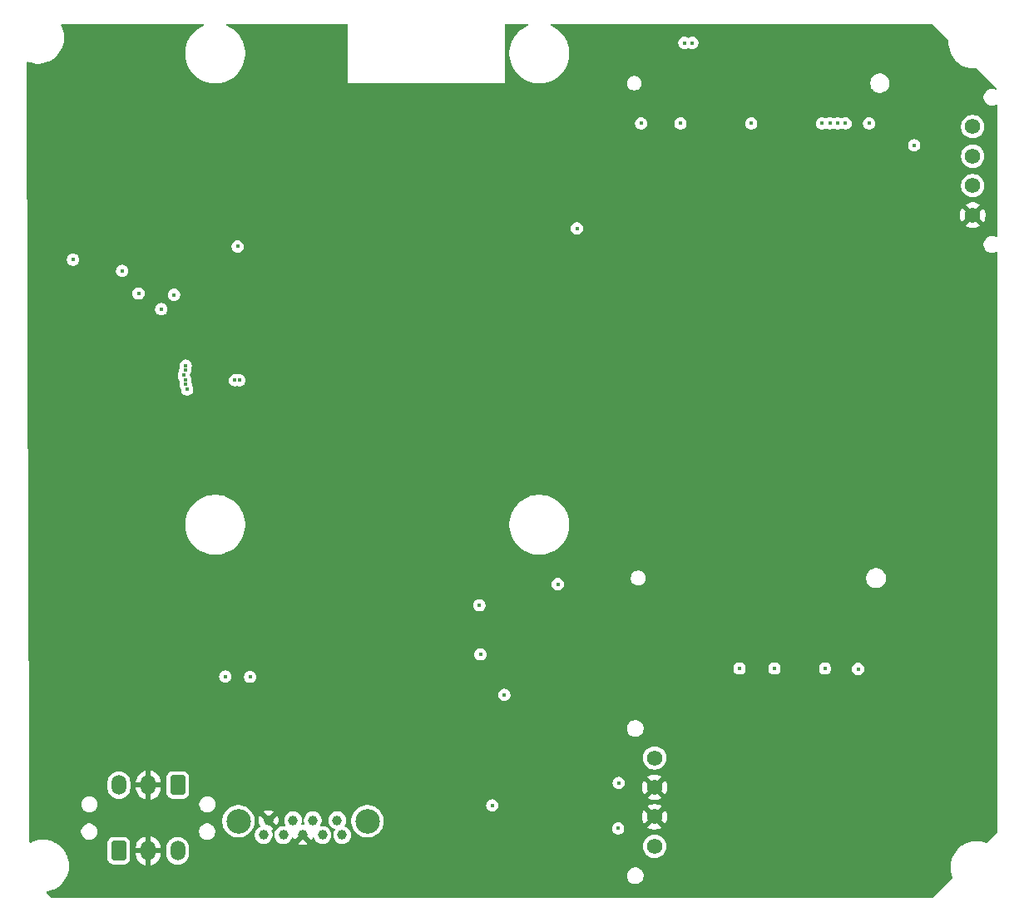
<source format=gbr>
%TF.GenerationSoftware,KiCad,Pcbnew,9.0.1*%
%TF.CreationDate,2025-05-27T22:41:42-05:00*%
%TF.ProjectId,CM5IO,434d3549-4f2e-46b6-9963-61645f706362,rev?*%
%TF.SameCoordinates,Original*%
%TF.FileFunction,Copper,L3,Inr*%
%TF.FilePolarity,Positive*%
%FSLAX46Y46*%
G04 Gerber Fmt 4.6, Leading zero omitted, Abs format (unit mm)*
G04 Created by KiCad (PCBNEW 9.0.1) date 2025-05-27 22:41:42*
%MOMM*%
%LPD*%
G01*
G04 APERTURE LIST*
G04 Aperture macros list*
%AMRoundRect*
0 Rectangle with rounded corners*
0 $1 Rounding radius*
0 $2 $3 $4 $5 $6 $7 $8 $9 X,Y pos of 4 corners*
0 Add a 4 corners polygon primitive as box body*
4,1,4,$2,$3,$4,$5,$6,$7,$8,$9,$2,$3,0*
0 Add four circle primitives for the rounded corners*
1,1,$1+$1,$2,$3*
1,1,$1+$1,$4,$5*
1,1,$1+$1,$6,$7*
1,1,$1+$1,$8,$9*
0 Add four rect primitives between the rounded corners*
20,1,$1+$1,$2,$3,$4,$5,0*
20,1,$1+$1,$4,$5,$6,$7,0*
20,1,$1+$1,$6,$7,$8,$9,0*
20,1,$1+$1,$8,$9,$2,$3,0*%
G04 Aperture macros list end*
%TA.AperFunction,ComponentPad*%
%ADD10C,1.574800*%
%TD*%
%TA.AperFunction,ComponentPad*%
%ADD11RoundRect,0.250001X-0.499999X-0.759999X0.499999X-0.759999X0.499999X0.759999X-0.499999X0.759999X0*%
%TD*%
%TA.AperFunction,ComponentPad*%
%ADD12O,1.500000X2.020000*%
%TD*%
%TA.AperFunction,ComponentPad*%
%ADD13RoundRect,0.250001X0.499999X0.759999X-0.499999X0.759999X-0.499999X-0.759999X0.499999X-0.759999X0*%
%TD*%
%TA.AperFunction,ComponentPad*%
%ADD14C,1.000000*%
%TD*%
%TA.AperFunction,ComponentPad*%
%ADD15C,2.500000*%
%TD*%
%TA.AperFunction,ViaPad*%
%ADD16C,0.450000*%
%TD*%
G04 APERTURE END LIST*
D10*
%TO.N,/+5v*%
%TO.C,J2*%
X207221301Y-154249999D03*
%TO.N,GND*%
X207221301Y-151250000D03*
X207221301Y-148250000D03*
%TO.N,/+5v*%
X207221301Y-145250001D03*
%TD*%
%TO.N,/CM5_HighSpeed/VBUS*%
%TO.C,J7*%
X239608699Y-80970001D03*
%TO.N,/CM5_HighSpeed/USB3-0-D_P*%
X239608699Y-83970000D03*
%TO.N,/CM5_HighSpeed/USB3-0-D_N*%
X239608699Y-86970000D03*
%TO.N,GND*%
X239608699Y-89969999D03*
%TD*%
D11*
%TO.N,/CM5_GPIO ( Ethernet\u002C GPIO\u002C SDCARD)/Audio/RN*%
%TO.C,J6*%
X152680000Y-154710000D03*
D12*
%TO.N,GND*%
X155680000Y-154710000D03*
%TO.N,/CM5_GPIO ( Ethernet\u002C GPIO\u002C SDCARD)/Audio/RP*%
X158680000Y-154710000D03*
%TD*%
D13*
%TO.N,/CM5_GPIO ( Ethernet\u002C GPIO\u002C SDCARD)/Audio/LP*%
%TO.C,J3*%
X158700000Y-148020000D03*
D12*
%TO.N,GND*%
X155700000Y-148020000D03*
%TO.N,/CM5_GPIO ( Ethernet\u002C GPIO\u002C SDCARD)/Audio/LN*%
X152700000Y-148020000D03*
%TD*%
D14*
%TO.N,/CM5_HighSpeed/VBUS*%
%TO.C,J5*%
X174930000Y-151600000D03*
%TO.N,/CM5_HighSpeed/USB3-1-D_P*%
X172430000Y-151600000D03*
%TO.N,/CM5_HighSpeed/USB3-1-D_N*%
X170430000Y-151600000D03*
%TO.N,GND*%
X167930000Y-151600000D03*
%TO.N,/CM5_HighSpeed/USB3-1-RX_N*%
X167430000Y-153100000D03*
%TO.N,/CM5_HighSpeed/USB3-1-RX_P*%
X169430000Y-153100000D03*
%TO.N,GND*%
X171430000Y-153100000D03*
%TO.N,/CM5_HighSpeed/USB3-1-TX_N*%
X173430000Y-153100000D03*
%TO.N,/CM5_HighSpeed/USB3-1-TX_P*%
X175430000Y-153100000D03*
D15*
%TO.N,N/C*%
X178000000Y-151700000D03*
X164860000Y-151700000D03*
%TD*%
D16*
%TO.N,GND*%
X195370000Y-110320000D03*
X213620000Y-121860000D03*
X218420000Y-141010000D03*
X157820000Y-89890000D03*
X218030000Y-144710000D03*
X165830000Y-109430000D03*
X168090000Y-96640000D03*
X155680000Y-154710000D03*
X159300000Y-100400000D03*
X155700000Y-148020000D03*
X166680000Y-104360000D03*
X225210000Y-141660000D03*
X204710000Y-81080000D03*
%TO.N,/Cellular/SIM_VDD*%
X227934600Y-136189600D03*
X226660000Y-80630000D03*
%TO.N,/CM5_HighSpeed/VBUS*%
X189500000Y-134700000D03*
%TO.N,/Cellular/M2_3v3*%
X205860000Y-80630000D03*
X210260000Y-72430000D03*
X229060000Y-80630000D03*
X211060000Y-72430000D03*
X197370000Y-127545000D03*
X217060000Y-80630000D03*
%TO.N,/+3.3v*%
X164970000Y-106780000D03*
X166060000Y-136990000D03*
X157010000Y-99550000D03*
X164510000Y-106790000D03*
X163530000Y-136960000D03*
%TO.N,/Cellular/LED_WWAN*%
X209860000Y-80630000D03*
X233647807Y-82852722D03*
%TO.N,/+5v*%
X190700000Y-150080000D03*
X203563876Y-147793876D03*
X159310000Y-106270000D03*
X153030000Y-95650000D03*
X159510000Y-105300000D03*
X159450000Y-105770000D03*
X159500000Y-107220000D03*
X203512427Y-152427573D03*
X159470000Y-106730000D03*
X159650000Y-107710000D03*
X189387500Y-129700000D03*
%TO.N,/Cellular/SIM_DATA*%
X224581000Y-136138800D03*
X225860000Y-80630000D03*
%TO.N,/Cellular/SIM_CLK*%
X225060000Y-80630000D03*
X219425800Y-136138800D03*
%TO.N,/CM5_GPIO ( Ethernet\u002C GPIO\u002C SDCARD)/TACHO*%
X148040000Y-94500000D03*
X164790000Y-93170000D03*
%TO.N,/Cellular/SIM_RST*%
X215869800Y-136138800D03*
X224260000Y-80630000D03*
%TO.N,/CM5_GPIO ( Ethernet\u002C GPIO\u002C SDCARD)/nPWR_LED*%
X158310000Y-98082682D03*
X154700000Y-97950000D03*
%TO.N,/CM5_HighSpeed/PCIE_PWR_EN*%
X191930000Y-138830000D03*
X199320000Y-91330000D03*
%TD*%
%TA.AperFunction,Conductor*%
%TO.N,GND*%
G36*
X161323321Y-70518907D02*
G01*
X161359285Y-70568407D01*
X161359285Y-70629593D01*
X161323321Y-70679093D01*
X161308085Y-70688196D01*
X161022097Y-70825920D01*
X161022092Y-70825923D01*
X160731981Y-71008211D01*
X160464108Y-71221833D01*
X160221833Y-71464108D01*
X160008211Y-71731981D01*
X159825923Y-72022092D01*
X159825916Y-72022104D01*
X159677264Y-72330784D01*
X159677263Y-72330786D01*
X159564103Y-72654179D01*
X159487860Y-72988218D01*
X159449500Y-73328686D01*
X159449500Y-73671313D01*
X159487860Y-74011781D01*
X159564103Y-74345820D01*
X159677263Y-74669213D01*
X159677264Y-74669215D01*
X159825916Y-74977895D01*
X159825920Y-74977902D01*
X159825924Y-74977910D01*
X160008211Y-75268018D01*
X160221834Y-75535893D01*
X160464107Y-75778166D01*
X160731982Y-75991789D01*
X161022090Y-76174076D01*
X161022101Y-76174081D01*
X161022104Y-76174083D01*
X161032817Y-76179242D01*
X161330785Y-76322736D01*
X161433731Y-76358758D01*
X161654179Y-76435896D01*
X161654182Y-76435896D01*
X161654183Y-76435897D01*
X161988217Y-76512139D01*
X162328688Y-76550500D01*
X162328689Y-76550500D01*
X162671311Y-76550500D01*
X162671312Y-76550500D01*
X163011783Y-76512139D01*
X163345817Y-76435897D01*
X163669215Y-76322736D01*
X163977910Y-76174076D01*
X164268018Y-75991789D01*
X164535893Y-75778166D01*
X164778166Y-75535893D01*
X164991789Y-75268018D01*
X165174076Y-74977910D01*
X165322736Y-74669215D01*
X165435897Y-74345817D01*
X165512139Y-74011783D01*
X165550500Y-73671312D01*
X165550500Y-73328688D01*
X165512139Y-72988217D01*
X165435897Y-72654183D01*
X165322736Y-72330785D01*
X165223471Y-72124660D01*
X165174083Y-72022104D01*
X165174081Y-72022101D01*
X165174076Y-72022090D01*
X164991789Y-71731982D01*
X164778166Y-71464107D01*
X164535893Y-71221834D01*
X164268018Y-71008211D01*
X163977910Y-70825924D01*
X163691914Y-70688195D01*
X163647691Y-70645913D01*
X163636766Y-70585711D01*
X163663313Y-70530585D01*
X163717193Y-70501591D01*
X163734870Y-70500000D01*
X175901000Y-70500000D01*
X175959191Y-70518907D01*
X175995155Y-70568407D01*
X176000000Y-70599000D01*
X176000000Y-76500000D01*
X191999999Y-76500000D01*
X192000000Y-76500000D01*
X192000000Y-70599000D01*
X192018907Y-70540809D01*
X192068407Y-70504845D01*
X192099000Y-70500000D01*
X194265130Y-70500000D01*
X194323321Y-70518907D01*
X194359285Y-70568407D01*
X194359285Y-70629593D01*
X194323321Y-70679093D01*
X194308085Y-70688196D01*
X194022097Y-70825920D01*
X194022092Y-70825923D01*
X193731981Y-71008211D01*
X193464108Y-71221833D01*
X193221833Y-71464108D01*
X193008211Y-71731981D01*
X192825923Y-72022092D01*
X192825916Y-72022104D01*
X192677264Y-72330784D01*
X192677263Y-72330786D01*
X192564103Y-72654179D01*
X192487860Y-72988218D01*
X192449500Y-73328686D01*
X192449500Y-73671313D01*
X192487860Y-74011781D01*
X192564103Y-74345820D01*
X192677263Y-74669213D01*
X192677264Y-74669215D01*
X192825916Y-74977895D01*
X192825920Y-74977902D01*
X192825924Y-74977910D01*
X193008211Y-75268018D01*
X193221834Y-75535893D01*
X193464107Y-75778166D01*
X193731982Y-75991789D01*
X194022090Y-76174076D01*
X194022101Y-76174081D01*
X194022104Y-76174083D01*
X194032817Y-76179242D01*
X194330785Y-76322736D01*
X194433731Y-76358758D01*
X194654179Y-76435896D01*
X194654182Y-76435896D01*
X194654183Y-76435897D01*
X194988217Y-76512139D01*
X195328688Y-76550500D01*
X195328689Y-76550500D01*
X195671311Y-76550500D01*
X195671312Y-76550500D01*
X196011783Y-76512139D01*
X196253079Y-76457064D01*
X204419500Y-76457064D01*
X204419500Y-76602935D01*
X204447957Y-76745995D01*
X204447957Y-76745997D01*
X204503775Y-76880755D01*
X204503775Y-76880756D01*
X204544157Y-76941191D01*
X204584816Y-77002041D01*
X204687959Y-77105184D01*
X204809242Y-77186223D01*
X204944004Y-77242043D01*
X205087067Y-77270500D01*
X205087068Y-77270500D01*
X205232932Y-77270500D01*
X205232933Y-77270500D01*
X205375996Y-77242043D01*
X205510758Y-77186223D01*
X205632041Y-77105184D01*
X205735184Y-77002041D01*
X205816223Y-76880758D01*
X205872043Y-76745996D01*
X205900500Y-76602933D01*
X205900500Y-76457067D01*
X205900499Y-76457065D01*
X205900499Y-76457059D01*
X205898477Y-76446892D01*
X205895602Y-76432441D01*
X229169500Y-76432441D01*
X229169500Y-76627558D01*
X229207564Y-76818917D01*
X229207564Y-76818919D01*
X229282227Y-76999173D01*
X229282233Y-76999185D01*
X229353058Y-77105180D01*
X229390628Y-77161407D01*
X229528593Y-77299372D01*
X229597757Y-77345586D01*
X229690814Y-77407766D01*
X229690826Y-77407772D01*
X229738645Y-77427579D01*
X229871082Y-77482436D01*
X230062444Y-77520500D01*
X230062445Y-77520500D01*
X230257555Y-77520500D01*
X230257556Y-77520500D01*
X230448918Y-77482436D01*
X230629178Y-77407770D01*
X230629180Y-77407768D01*
X230629185Y-77407766D01*
X230676026Y-77376466D01*
X230791407Y-77299372D01*
X230929372Y-77161407D01*
X231012713Y-77036678D01*
X231037766Y-76999185D01*
X231037772Y-76999173D01*
X231086821Y-76880758D01*
X231112436Y-76818918D01*
X231150500Y-76627556D01*
X231150500Y-76432444D01*
X231112436Y-76241082D01*
X231037770Y-76060822D01*
X231037766Y-76060814D01*
X230966939Y-75954816D01*
X230929372Y-75898593D01*
X230791407Y-75760628D01*
X230745191Y-75729747D01*
X230629185Y-75652233D01*
X230629173Y-75652227D01*
X230448918Y-75577564D01*
X230257558Y-75539500D01*
X230257556Y-75539500D01*
X230062444Y-75539500D01*
X230062441Y-75539500D01*
X229871082Y-75577564D01*
X229871080Y-75577564D01*
X229690826Y-75652227D01*
X229690814Y-75652233D01*
X229528593Y-75760628D01*
X229528589Y-75760631D01*
X229390631Y-75898589D01*
X229390628Y-75898593D01*
X229282233Y-76060814D01*
X229282227Y-76060826D01*
X229207564Y-76241080D01*
X229207564Y-76241082D01*
X229169500Y-76432441D01*
X205895602Y-76432441D01*
X205880945Y-76358758D01*
X205872043Y-76314004D01*
X205816224Y-76179244D01*
X205816224Y-76179243D01*
X205796032Y-76149025D01*
X205735184Y-76057959D01*
X205632041Y-75954816D01*
X205510758Y-75873777D01*
X205510757Y-75873776D01*
X205510755Y-75873775D01*
X205375996Y-75817957D01*
X205232935Y-75789500D01*
X205232933Y-75789500D01*
X205087067Y-75789500D01*
X205087064Y-75789500D01*
X204944004Y-75817957D01*
X204944002Y-75817957D01*
X204809244Y-75873775D01*
X204809243Y-75873775D01*
X204687959Y-75954816D01*
X204687955Y-75954819D01*
X204584819Y-76057955D01*
X204584816Y-76057959D01*
X204503775Y-76179243D01*
X204503775Y-76179244D01*
X204447957Y-76314002D01*
X204447957Y-76314004D01*
X204419500Y-76457064D01*
X196253079Y-76457064D01*
X196345817Y-76435897D01*
X196669215Y-76322736D01*
X196977910Y-76174076D01*
X197268018Y-75991789D01*
X197535893Y-75778166D01*
X197778166Y-75535893D01*
X197991789Y-75268018D01*
X198174076Y-74977910D01*
X198322736Y-74669215D01*
X198435897Y-74345817D01*
X198512139Y-74011783D01*
X198550500Y-73671312D01*
X198550500Y-73328688D01*
X198512139Y-72988217D01*
X198435897Y-72654183D01*
X198335895Y-72368391D01*
X209634500Y-72368391D01*
X209634500Y-72491608D01*
X209658536Y-72612450D01*
X209705688Y-72726285D01*
X209705689Y-72726286D01*
X209774142Y-72828733D01*
X209861267Y-72915858D01*
X209963714Y-72984311D01*
X210077548Y-73031463D01*
X210198394Y-73055500D01*
X210198396Y-73055500D01*
X210321604Y-73055500D01*
X210321606Y-73055500D01*
X210442452Y-73031463D01*
X210556286Y-72984311D01*
X210604999Y-72951761D01*
X210663886Y-72935153D01*
X210715000Y-72951761D01*
X210763714Y-72984311D01*
X210877548Y-73031463D01*
X210998394Y-73055500D01*
X210998396Y-73055500D01*
X211121604Y-73055500D01*
X211121606Y-73055500D01*
X211242452Y-73031463D01*
X211356286Y-72984311D01*
X211458733Y-72915858D01*
X211545858Y-72828733D01*
X211614311Y-72726286D01*
X211661463Y-72612452D01*
X211685500Y-72491606D01*
X211685500Y-72368394D01*
X211661463Y-72247548D01*
X211614311Y-72133714D01*
X211545858Y-72031267D01*
X211458733Y-71944142D01*
X211356286Y-71875689D01*
X211356287Y-71875689D01*
X211356285Y-71875688D01*
X211242450Y-71828536D01*
X211121608Y-71804500D01*
X211121606Y-71804500D01*
X210998394Y-71804500D01*
X210998391Y-71804500D01*
X210877549Y-71828536D01*
X210763715Y-71875688D01*
X210715001Y-71908238D01*
X210656113Y-71924846D01*
X210604999Y-71908238D01*
X210595214Y-71901700D01*
X210556286Y-71875689D01*
X210442452Y-71828537D01*
X210442450Y-71828536D01*
X210321608Y-71804500D01*
X210321606Y-71804500D01*
X210198394Y-71804500D01*
X210198391Y-71804500D01*
X210077549Y-71828536D01*
X209963714Y-71875688D01*
X209861267Y-71944142D01*
X209861263Y-71944145D01*
X209774145Y-72031263D01*
X209774142Y-72031267D01*
X209705688Y-72133714D01*
X209658536Y-72247549D01*
X209634500Y-72368391D01*
X198335895Y-72368391D01*
X198322736Y-72330785D01*
X198223471Y-72124660D01*
X198174083Y-72022104D01*
X198174081Y-72022101D01*
X198174076Y-72022090D01*
X197991789Y-71731982D01*
X197778166Y-71464107D01*
X197535893Y-71221834D01*
X197268018Y-71008211D01*
X196977910Y-70825924D01*
X196691914Y-70688195D01*
X196647691Y-70645913D01*
X196636766Y-70585711D01*
X196663313Y-70530585D01*
X196717193Y-70501591D01*
X196734870Y-70500000D01*
X235458992Y-70500000D01*
X235517183Y-70518907D01*
X235528996Y-70528996D01*
X237126081Y-72126081D01*
X237153858Y-72180598D01*
X237154455Y-72207168D01*
X237149500Y-72251147D01*
X237149500Y-72548865D01*
X237182831Y-72844671D01*
X237182832Y-72844677D01*
X237249076Y-73134912D01*
X237347398Y-73415899D01*
X237347399Y-73415902D01*
X237476557Y-73684102D01*
X237476561Y-73684109D01*
X237476565Y-73684117D01*
X237634950Y-73936185D01*
X237820562Y-74168934D01*
X238031066Y-74379438D01*
X238263815Y-74565050D01*
X238515883Y-74723435D01*
X238515894Y-74723440D01*
X238515897Y-74723442D01*
X238750572Y-74836455D01*
X238784099Y-74852601D01*
X238915270Y-74898499D01*
X239065087Y-74950923D01*
X239065090Y-74950923D01*
X239065091Y-74950924D01*
X239355325Y-75017168D01*
X239435096Y-75026156D01*
X239651134Y-75050499D01*
X239651150Y-75050499D01*
X239651151Y-75050500D01*
X239651152Y-75050500D01*
X239948841Y-75050500D01*
X239948849Y-75050500D01*
X239992829Y-75045544D01*
X240052769Y-75057816D01*
X240073917Y-75073917D01*
X242036678Y-77036678D01*
X242064455Y-77091195D01*
X242054884Y-77151627D01*
X242011619Y-77194892D01*
X241951187Y-77204463D01*
X241928789Y-77198146D01*
X241816898Y-77151800D01*
X241652508Y-77119100D01*
X241652506Y-77119100D01*
X241484894Y-77119100D01*
X241484891Y-77119100D01*
X241320502Y-77151800D01*
X241320500Y-77151800D01*
X241165652Y-77215939D01*
X241165641Y-77215945D01*
X241026283Y-77309063D01*
X241026279Y-77309066D01*
X240907766Y-77427579D01*
X240907763Y-77427583D01*
X240814645Y-77566941D01*
X240814639Y-77566952D01*
X240750500Y-77721800D01*
X240750500Y-77721802D01*
X240717800Y-77886191D01*
X240717800Y-78053808D01*
X240750500Y-78218197D01*
X240750500Y-78218199D01*
X240814639Y-78373047D01*
X240814645Y-78373058D01*
X240870667Y-78456899D01*
X240907763Y-78512417D01*
X241026283Y-78630937D01*
X241109369Y-78686453D01*
X241165641Y-78724054D01*
X241165652Y-78724060D01*
X241222854Y-78747753D01*
X241320502Y-78788200D01*
X241484894Y-78820900D01*
X241484895Y-78820900D01*
X241652505Y-78820900D01*
X241652506Y-78820900D01*
X241816898Y-78788200D01*
X241963116Y-78727634D01*
X242024111Y-78722834D01*
X242076280Y-78754804D01*
X242099695Y-78811332D01*
X242100000Y-78819099D01*
X242100000Y-92120900D01*
X242081093Y-92179091D01*
X242031593Y-92215055D01*
X241970407Y-92215055D01*
X241963115Y-92212364D01*
X241816898Y-92151800D01*
X241652508Y-92119100D01*
X241652506Y-92119100D01*
X241484894Y-92119100D01*
X241484891Y-92119100D01*
X241320502Y-92151800D01*
X241320500Y-92151800D01*
X241165652Y-92215939D01*
X241165641Y-92215945D01*
X241026283Y-92309063D01*
X241026279Y-92309066D01*
X240907766Y-92427579D01*
X240907763Y-92427583D01*
X240814645Y-92566941D01*
X240814639Y-92566952D01*
X240750500Y-92721800D01*
X240750500Y-92721802D01*
X240717800Y-92886191D01*
X240717800Y-93053808D01*
X240750500Y-93218197D01*
X240750500Y-93218199D01*
X240814639Y-93373047D01*
X240814645Y-93373058D01*
X240870667Y-93456899D01*
X240907763Y-93512417D01*
X241026283Y-93630937D01*
X241109369Y-93686453D01*
X241165641Y-93724054D01*
X241165652Y-93724060D01*
X241222854Y-93747753D01*
X241320502Y-93788200D01*
X241484894Y-93820900D01*
X241484895Y-93820900D01*
X241652505Y-93820900D01*
X241652506Y-93820900D01*
X241816898Y-93788200D01*
X241963116Y-93727634D01*
X242024111Y-93722834D01*
X242076280Y-93754804D01*
X242099695Y-93811332D01*
X242100000Y-93819099D01*
X242100000Y-152858991D01*
X242081093Y-152917182D01*
X242071004Y-152928995D01*
X241119296Y-153880702D01*
X241064779Y-153908479D01*
X241016594Y-153904142D01*
X240744912Y-153809076D01*
X240454677Y-153742832D01*
X240454671Y-153742831D01*
X240158865Y-153709500D01*
X240158849Y-153709500D01*
X239861151Y-153709500D01*
X239861134Y-153709500D01*
X239565328Y-153742831D01*
X239565322Y-153742832D01*
X239275087Y-153809076D01*
X238994100Y-153907398D01*
X238994097Y-153907399D01*
X238725897Y-154036557D01*
X238725884Y-154036564D01*
X238725883Y-154036565D01*
X238686748Y-154061155D01*
X238473814Y-154194950D01*
X238241062Y-154380565D01*
X238030565Y-154591062D01*
X237844950Y-154823814D01*
X237771312Y-154941009D01*
X237689948Y-155070500D01*
X237686564Y-155075885D01*
X237686557Y-155075897D01*
X237557399Y-155344097D01*
X237557398Y-155344100D01*
X237459076Y-155625087D01*
X237392832Y-155915322D01*
X237392831Y-155915328D01*
X237359500Y-156211134D01*
X237359500Y-156508865D01*
X237392831Y-156804671D01*
X237392832Y-156804677D01*
X237459076Y-157094912D01*
X237554142Y-157366594D01*
X237555515Y-157427764D01*
X237530702Y-157469296D01*
X235528996Y-159471004D01*
X235474479Y-159498781D01*
X235458992Y-159500000D01*
X211500000Y-159500000D01*
X145842028Y-159480012D01*
X145783843Y-159461087D01*
X145770816Y-159449755D01*
X145347245Y-159010781D01*
X145320446Y-158955779D01*
X145331095Y-158895527D01*
X145375125Y-158853042D01*
X145407406Y-158843662D01*
X145419549Y-158842294D01*
X145709783Y-158776050D01*
X145990775Y-158677727D01*
X146258991Y-158548561D01*
X146511059Y-158390176D01*
X146743808Y-158204564D01*
X146954312Y-157994060D01*
X147139924Y-157761311D01*
X147298309Y-157509243D01*
X147427475Y-157241027D01*
X147453661Y-157166191D01*
X204410400Y-157166191D01*
X204410400Y-157333808D01*
X204443100Y-157498197D01*
X204443100Y-157498199D01*
X204507239Y-157653047D01*
X204507245Y-157653058D01*
X204557230Y-157727864D01*
X204600363Y-157792417D01*
X204718883Y-157910937D01*
X204801969Y-157966453D01*
X204858241Y-158004054D01*
X204858252Y-158004060D01*
X204915454Y-158027753D01*
X205013102Y-158068200D01*
X205177494Y-158100900D01*
X205177495Y-158100900D01*
X205345105Y-158100900D01*
X205345106Y-158100900D01*
X205509498Y-158068200D01*
X205664352Y-158004058D01*
X205803717Y-157910937D01*
X205922237Y-157792417D01*
X206015358Y-157653052D01*
X206079500Y-157498198D01*
X206112200Y-157333806D01*
X206112200Y-157166194D01*
X206079500Y-157001802D01*
X206015358Y-156846948D01*
X206015357Y-156846946D01*
X206015354Y-156846941D01*
X205977753Y-156790669D01*
X205922237Y-156707583D01*
X205803717Y-156589063D01*
X205748199Y-156551967D01*
X205664358Y-156495945D01*
X205664347Y-156495939D01*
X205509498Y-156431800D01*
X205345108Y-156399100D01*
X205345106Y-156399100D01*
X205177494Y-156399100D01*
X205177491Y-156399100D01*
X205013102Y-156431800D01*
X205013100Y-156431800D01*
X204858252Y-156495939D01*
X204858241Y-156495945D01*
X204718883Y-156589063D01*
X204718879Y-156589066D01*
X204600366Y-156707579D01*
X204600363Y-156707583D01*
X204507245Y-156846941D01*
X204507239Y-156846952D01*
X204443100Y-157001800D01*
X204443100Y-157001802D01*
X204410400Y-157166191D01*
X147453661Y-157166191D01*
X147525798Y-156960035D01*
X147592042Y-156669801D01*
X147604026Y-156563438D01*
X147625373Y-156373991D01*
X147625374Y-156373974D01*
X147625374Y-156076277D01*
X147625373Y-156076260D01*
X147592042Y-155780454D01*
X147592041Y-155780448D01*
X147580617Y-155730397D01*
X147525798Y-155490217D01*
X147498302Y-155411639D01*
X147438037Y-155239409D01*
X147427475Y-155209225D01*
X147401881Y-155156078D01*
X147298316Y-154941023D01*
X147298314Y-154941020D01*
X147298309Y-154941009D01*
X147139924Y-154688941D01*
X146954312Y-154456192D01*
X146743808Y-154245688D01*
X146511059Y-154060076D01*
X146258991Y-153901691D01*
X146258988Y-153901689D01*
X146258976Y-153901683D01*
X146222903Y-153884311D01*
X151529500Y-153884311D01*
X151529500Y-155535688D01*
X151532401Y-155572565D01*
X151532401Y-155572568D01*
X151532402Y-155572569D01*
X151543159Y-155609596D01*
X151575090Y-155719502D01*
X151578256Y-155730397D01*
X151661919Y-155871864D01*
X151778136Y-155988081D01*
X151919603Y-156071744D01*
X152077431Y-156117598D01*
X152114306Y-156120500D01*
X152114311Y-156120500D01*
X153245689Y-156120500D01*
X153245694Y-156120500D01*
X153282569Y-156117598D01*
X153440397Y-156071744D01*
X153581864Y-155988081D01*
X153698081Y-155871864D01*
X153781744Y-155730397D01*
X153827598Y-155572569D01*
X153830500Y-155535694D01*
X153830500Y-154350989D01*
X154422000Y-154350989D01*
X154422000Y-154455999D01*
X154422001Y-154456000D01*
X155237749Y-154456000D01*
X155204755Y-154513147D01*
X155170000Y-154642857D01*
X155170000Y-154777143D01*
X155204755Y-154906853D01*
X155237749Y-154964000D01*
X154422001Y-154964000D01*
X154422000Y-154964001D01*
X154422000Y-155069010D01*
X154452974Y-155264577D01*
X154514166Y-155452904D01*
X154604060Y-155629334D01*
X154720450Y-155789530D01*
X154860469Y-155929549D01*
X155020665Y-156045939D01*
X155197095Y-156135833D01*
X155385424Y-156197025D01*
X155385420Y-156197025D01*
X155425999Y-156203451D01*
X155426000Y-156203450D01*
X155426000Y-155152250D01*
X155483147Y-155185245D01*
X155612857Y-155220000D01*
X155747143Y-155220000D01*
X155876853Y-155185245D01*
X155934000Y-155152250D01*
X155934000Y-156203451D01*
X155974577Y-156197025D01*
X156162904Y-156135833D01*
X156339334Y-156045939D01*
X156499530Y-155929549D01*
X156639549Y-155789530D01*
X156755939Y-155629334D01*
X156845833Y-155452904D01*
X156907025Y-155264577D01*
X156938000Y-155069010D01*
X156938000Y-154964001D01*
X156937999Y-154964000D01*
X156122251Y-154964000D01*
X156155245Y-154906853D01*
X156190000Y-154777143D01*
X156190000Y-154642857D01*
X156155245Y-154513147D01*
X156122251Y-154456000D01*
X156937999Y-154456000D01*
X156938000Y-154455999D01*
X156938000Y-154359450D01*
X157529500Y-154359450D01*
X157529500Y-155060549D01*
X157557828Y-155239406D01*
X157613788Y-155411637D01*
X157676998Y-155535694D01*
X157696004Y-155572994D01*
X157802447Y-155719501D01*
X157930499Y-155847553D01*
X158077006Y-155953996D01*
X158238361Y-156036211D01*
X158410591Y-156092171D01*
X158482136Y-156103502D01*
X158589451Y-156120500D01*
X158589454Y-156120500D01*
X158770549Y-156120500D01*
X158859977Y-156106335D01*
X158949409Y-156092171D01*
X159121639Y-156036211D01*
X159282994Y-155953996D01*
X159429501Y-155847553D01*
X159557553Y-155719501D01*
X159663996Y-155572994D01*
X159746211Y-155411639D01*
X159802171Y-155239409D01*
X159828071Y-155075883D01*
X159830500Y-155060549D01*
X159830500Y-154359450D01*
X159806997Y-154211061D01*
X159802171Y-154180591D01*
X159794345Y-154156505D01*
X206033401Y-154156505D01*
X206033401Y-154343492D01*
X206062649Y-154528161D01*
X206099916Y-154642857D01*
X206120431Y-154705994D01*
X206205318Y-154872594D01*
X206315222Y-155023864D01*
X206447436Y-155156078D01*
X206598706Y-155265982D01*
X206765306Y-155350869D01*
X206943134Y-155408649D01*
X206943135Y-155408649D01*
X206943138Y-155408650D01*
X207127808Y-155437899D01*
X207127811Y-155437899D01*
X207314794Y-155437899D01*
X207499463Y-155408650D01*
X207499464Y-155408649D01*
X207499468Y-155408649D01*
X207677296Y-155350869D01*
X207843896Y-155265982D01*
X207995166Y-155156078D01*
X208127380Y-155023864D01*
X208237284Y-154872594D01*
X208322171Y-154705994D01*
X208379951Y-154528166D01*
X208391351Y-154456192D01*
X208409201Y-154343492D01*
X208409201Y-154156505D01*
X208379952Y-153971836D01*
X208379951Y-153971832D01*
X208322171Y-153794004D01*
X208237284Y-153627404D01*
X208127380Y-153476134D01*
X207995166Y-153343920D01*
X207843896Y-153234016D01*
X207843895Y-153234015D01*
X207843893Y-153234014D01*
X207677296Y-153149129D01*
X207499463Y-153091347D01*
X207314794Y-153062099D01*
X207314791Y-153062099D01*
X207127811Y-153062099D01*
X207127808Y-153062099D01*
X206943138Y-153091347D01*
X206765305Y-153149129D01*
X206598708Y-153234014D01*
X206447437Y-153343919D01*
X206315221Y-153476135D01*
X206205316Y-153627406D01*
X206120431Y-153794003D01*
X206062649Y-153971836D01*
X206033401Y-154156505D01*
X159794345Y-154156505D01*
X159746211Y-154008361D01*
X159663996Y-153847006D01*
X159557553Y-153700499D01*
X159429501Y-153572447D01*
X159282994Y-153466004D01*
X159282993Y-153466003D01*
X159282991Y-153466002D01*
X159121637Y-153383788D01*
X158949406Y-153327828D01*
X158770549Y-153299500D01*
X158770546Y-153299500D01*
X158589454Y-153299500D01*
X158589451Y-153299500D01*
X158410593Y-153327828D01*
X158238362Y-153383788D01*
X158077008Y-153466002D01*
X158038771Y-153493783D01*
X157930499Y-153572447D01*
X157802447Y-153700499D01*
X157750118Y-153772524D01*
X157696002Y-153847008D01*
X157613788Y-154008362D01*
X157557828Y-154180593D01*
X157529500Y-154359450D01*
X156938000Y-154359450D01*
X156938000Y-154350989D01*
X156907025Y-154155422D01*
X156845833Y-153967095D01*
X156755939Y-153790665D01*
X156639549Y-153630469D01*
X156499530Y-153490450D01*
X156339334Y-153374060D01*
X156162904Y-153284166D01*
X155974579Y-153222976D01*
X155934000Y-153216548D01*
X155934000Y-154267749D01*
X155876853Y-154234755D01*
X155747143Y-154200000D01*
X155612857Y-154200000D01*
X155483147Y-154234755D01*
X155426000Y-154267749D01*
X155426000Y-153216548D01*
X155425999Y-153216548D01*
X155385420Y-153222976D01*
X155197095Y-153284166D01*
X155020665Y-153374060D01*
X154860469Y-153490450D01*
X154720450Y-153630469D01*
X154604060Y-153790665D01*
X154514166Y-153967095D01*
X154452974Y-154155422D01*
X154422000Y-154350989D01*
X153830500Y-154350989D01*
X153830500Y-153884306D01*
X153827598Y-153847431D01*
X153781744Y-153689603D01*
X153698081Y-153548136D01*
X153581864Y-153431919D01*
X153440397Y-153348256D01*
X153440396Y-153348255D01*
X153440395Y-153348255D01*
X153308239Y-153309860D01*
X153282569Y-153302402D01*
X153282568Y-153302401D01*
X153282565Y-153302401D01*
X153259140Y-153300558D01*
X153245694Y-153299500D01*
X152114306Y-153299500D01*
X152101773Y-153300486D01*
X152077434Y-153302401D01*
X152077427Y-153302403D01*
X151919604Y-153348255D01*
X151778137Y-153431918D01*
X151661918Y-153548137D01*
X151578255Y-153689604D01*
X151532403Y-153847427D01*
X151532401Y-153847434D01*
X151529500Y-153884311D01*
X146222903Y-153884311D01*
X145990776Y-153772525D01*
X145990773Y-153772524D01*
X145709786Y-153674202D01*
X145419551Y-153607958D01*
X145419545Y-153607957D01*
X145123739Y-153574626D01*
X145123723Y-153574626D01*
X144826025Y-153574626D01*
X144826008Y-153574626D01*
X144530202Y-153607957D01*
X144530196Y-153607958D01*
X144239961Y-153674202D01*
X143958974Y-153772524D01*
X143958971Y-153772525D01*
X143729889Y-153882845D01*
X143669258Y-153891058D01*
X143615378Y-153862064D01*
X143588831Y-153806938D01*
X143587936Y-153794000D01*
X143587159Y-153574626D01*
X143583950Y-152668694D01*
X148854500Y-152668694D01*
X148854500Y-152831305D01*
X148886224Y-152990790D01*
X148948450Y-153141018D01*
X149010587Y-153234014D01*
X149038792Y-153276225D01*
X149153775Y-153391208D01*
X149288979Y-153481548D01*
X149439211Y-153543776D01*
X149598695Y-153575500D01*
X149598696Y-153575500D01*
X149761304Y-153575500D01*
X149761305Y-153575500D01*
X149920789Y-153543776D01*
X150071021Y-153481548D01*
X150206225Y-153391208D01*
X150321208Y-153276225D01*
X150411548Y-153141021D01*
X150473776Y-152990789D01*
X150505500Y-152831305D01*
X150505500Y-152668695D01*
X150505500Y-152668694D01*
X160854500Y-152668694D01*
X160854500Y-152831305D01*
X160886224Y-152990790D01*
X160948450Y-153141018D01*
X161010587Y-153234014D01*
X161038792Y-153276225D01*
X161153775Y-153391208D01*
X161288979Y-153481548D01*
X161439211Y-153543776D01*
X161598695Y-153575500D01*
X161598696Y-153575500D01*
X161761304Y-153575500D01*
X161761305Y-153575500D01*
X161920789Y-153543776D01*
X162071021Y-153481548D01*
X162206225Y-153391208D01*
X162321208Y-153276225D01*
X162411548Y-153141021D01*
X162473776Y-152990789D01*
X162505500Y-152831305D01*
X162505500Y-152668695D01*
X162473776Y-152509211D01*
X162440990Y-152430059D01*
X162411549Y-152358981D01*
X162394571Y-152333572D01*
X162321208Y-152223775D01*
X162206225Y-152108792D01*
X162193481Y-152100277D01*
X162071018Y-152018450D01*
X161920790Y-151956224D01*
X161761305Y-151924500D01*
X161598695Y-151924500D01*
X161598694Y-151924500D01*
X161439209Y-151956224D01*
X161288981Y-152018450D01*
X161153778Y-152108789D01*
X161038789Y-152223778D01*
X160948450Y-152358981D01*
X160886224Y-152509209D01*
X160854500Y-152668694D01*
X150505500Y-152668694D01*
X150473776Y-152509211D01*
X150440990Y-152430059D01*
X150411549Y-152358981D01*
X150394571Y-152333572D01*
X150321208Y-152223775D01*
X150206225Y-152108792D01*
X150193481Y-152100277D01*
X150071018Y-152018450D01*
X149920790Y-151956224D01*
X149761305Y-151924500D01*
X149598695Y-151924500D01*
X149598694Y-151924500D01*
X149439209Y-151956224D01*
X149288981Y-152018450D01*
X149153778Y-152108789D01*
X149038789Y-152223778D01*
X148948450Y-152358981D01*
X148886224Y-152509209D01*
X148854500Y-152668694D01*
X143583950Y-152668694D01*
X143580059Y-151570099D01*
X163209500Y-151570099D01*
X163209500Y-151829900D01*
X163250138Y-152086488D01*
X163329428Y-152330515D01*
X163330421Y-152333572D01*
X163363256Y-152398014D01*
X163446509Y-152561408D01*
X163448366Y-152565051D01*
X163601069Y-152775229D01*
X163784771Y-152958931D01*
X163994949Y-153111634D01*
X164226428Y-153229579D01*
X164473507Y-153309860D01*
X164473508Y-153309860D01*
X164473511Y-153309861D01*
X164730100Y-153350500D01*
X164730103Y-153350500D01*
X164989900Y-153350500D01*
X165246488Y-153309861D01*
X165246489Y-153309860D01*
X165246493Y-153309860D01*
X165493572Y-153229579D01*
X165725051Y-153111634D01*
X165863141Y-153011306D01*
X166529500Y-153011306D01*
X166529500Y-153188693D01*
X166537633Y-153229579D01*
X166562312Y-153353649D01*
X166564106Y-153362665D01*
X166564106Y-153362667D01*
X166631985Y-153526544D01*
X166631985Y-153526545D01*
X166686384Y-153607958D01*
X166730536Y-153674035D01*
X166855965Y-153799464D01*
X167003453Y-153898013D01*
X167003454Y-153898013D01*
X167003455Y-153898014D01*
X167026113Y-153907399D01*
X167167334Y-153965894D01*
X167341309Y-154000500D01*
X167341310Y-154000500D01*
X167518690Y-154000500D01*
X167518691Y-154000500D01*
X167692666Y-153965894D01*
X167856547Y-153898013D01*
X168004035Y-153799464D01*
X168129464Y-153674035D01*
X168228013Y-153526547D01*
X168295894Y-153362666D01*
X168330500Y-153188691D01*
X168330500Y-153011309D01*
X168330499Y-153011306D01*
X168529500Y-153011306D01*
X168529500Y-153188693D01*
X168537633Y-153229579D01*
X168562312Y-153353649D01*
X168564106Y-153362665D01*
X168564106Y-153362667D01*
X168631985Y-153526544D01*
X168631985Y-153526545D01*
X168686384Y-153607958D01*
X168730536Y-153674035D01*
X168855965Y-153799464D01*
X169003453Y-153898013D01*
X169003454Y-153898013D01*
X169003455Y-153898014D01*
X169026113Y-153907399D01*
X169167334Y-153965894D01*
X169341309Y-154000500D01*
X169341310Y-154000500D01*
X169518690Y-154000500D01*
X169518691Y-154000500D01*
X169668977Y-153970606D01*
X170918603Y-153970606D01*
X170952535Y-153993279D01*
X171135976Y-154069262D01*
X171330718Y-154107999D01*
X171330722Y-154108000D01*
X171529278Y-154108000D01*
X171529281Y-154107999D01*
X171724022Y-154069262D01*
X171724024Y-154069262D01*
X171743598Y-154061155D01*
X171907465Y-153993279D01*
X171907467Y-153993278D01*
X171941395Y-153970606D01*
X171429999Y-153459210D01*
X170918603Y-153970606D01*
X169668977Y-153970606D01*
X169692666Y-153965894D01*
X169856547Y-153898013D01*
X170004035Y-153799464D01*
X170129464Y-153674035D01*
X170228013Y-153526547D01*
X170280357Y-153400174D01*
X170320093Y-153353649D01*
X170379588Y-153339365D01*
X170436116Y-153362779D01*
X170463285Y-153400174D01*
X170536721Y-153577466D01*
X170559392Y-153611395D01*
X171080000Y-153090788D01*
X171080000Y-153146078D01*
X171103852Y-153235095D01*
X171149930Y-153314905D01*
X171215095Y-153380070D01*
X171294905Y-153426148D01*
X171383922Y-153450000D01*
X171476078Y-153450000D01*
X171565095Y-153426148D01*
X171644905Y-153380070D01*
X171710070Y-153314905D01*
X171756148Y-153235095D01*
X171780000Y-153146078D01*
X171780000Y-153090789D01*
X172300606Y-153611395D01*
X172323278Y-153577467D01*
X172323279Y-153577465D01*
X172396714Y-153400175D01*
X172436450Y-153353649D01*
X172495945Y-153339365D01*
X172552473Y-153362779D01*
X172579642Y-153400175D01*
X172631985Y-153526544D01*
X172631985Y-153526545D01*
X172686384Y-153607958D01*
X172730536Y-153674035D01*
X172855965Y-153799464D01*
X173003453Y-153898013D01*
X173003454Y-153898013D01*
X173003455Y-153898014D01*
X173026113Y-153907399D01*
X173167334Y-153965894D01*
X173341309Y-154000500D01*
X173341310Y-154000500D01*
X173518690Y-154000500D01*
X173518691Y-154000500D01*
X173692666Y-153965894D01*
X173856547Y-153898013D01*
X174004035Y-153799464D01*
X174129464Y-153674035D01*
X174228013Y-153526547D01*
X174295894Y-153362666D01*
X174330500Y-153188691D01*
X174330500Y-153011309D01*
X174295894Y-152837334D01*
X174248891Y-152723858D01*
X174228014Y-152673455D01*
X174228014Y-152673454D01*
X174129464Y-152525965D01*
X174004034Y-152400535D01*
X173856544Y-152301985D01*
X173692666Y-152234106D01*
X173518693Y-152199500D01*
X173518691Y-152199500D01*
X173341309Y-152199500D01*
X173341301Y-152199500D01*
X173311782Y-152205372D01*
X173251021Y-152198179D01*
X173206092Y-152156646D01*
X173194156Y-152096636D01*
X173210156Y-152053271D01*
X173215446Y-152045354D01*
X173228013Y-152026547D01*
X173295894Y-151862666D01*
X173330500Y-151688691D01*
X173330500Y-151511309D01*
X173330499Y-151511306D01*
X174029500Y-151511306D01*
X174029500Y-151688693D01*
X174064106Y-151862665D01*
X174064106Y-151862667D01*
X174131985Y-152026544D01*
X174131985Y-152026545D01*
X174230535Y-152174034D01*
X174230536Y-152174035D01*
X174355965Y-152299464D01*
X174503453Y-152398013D01*
X174503454Y-152398013D01*
X174503455Y-152398014D01*
X174636823Y-152453256D01*
X174683349Y-152492992D01*
X174697633Y-152552487D01*
X174681253Y-152599722D01*
X174631985Y-152673454D01*
X174631985Y-152673455D01*
X174564106Y-152837332D01*
X174564106Y-152837334D01*
X174529500Y-153011306D01*
X174529500Y-153188693D01*
X174537633Y-153229579D01*
X174562312Y-153353649D01*
X174564106Y-153362665D01*
X174564106Y-153362667D01*
X174631985Y-153526544D01*
X174631985Y-153526545D01*
X174686384Y-153607958D01*
X174730536Y-153674035D01*
X174855965Y-153799464D01*
X175003453Y-153898013D01*
X175003454Y-153898013D01*
X175003455Y-153898014D01*
X175026113Y-153907399D01*
X175167334Y-153965894D01*
X175341309Y-154000500D01*
X175341310Y-154000500D01*
X175518690Y-154000500D01*
X175518691Y-154000500D01*
X175692666Y-153965894D01*
X175856547Y-153898013D01*
X176004035Y-153799464D01*
X176129464Y-153674035D01*
X176228013Y-153526547D01*
X176295894Y-153362666D01*
X176330500Y-153188691D01*
X176330500Y-153011309D01*
X176295894Y-152837334D01*
X176248891Y-152723858D01*
X176228014Y-152673455D01*
X176228014Y-152673454D01*
X176129464Y-152525965D01*
X176004034Y-152400535D01*
X175856546Y-152301986D01*
X175723176Y-152246743D01*
X175676651Y-152207006D01*
X175662367Y-152147512D01*
X175678746Y-152100279D01*
X175728013Y-152026547D01*
X175795894Y-151862666D01*
X175830500Y-151688691D01*
X175830500Y-151570099D01*
X176349500Y-151570099D01*
X176349500Y-151829900D01*
X176390138Y-152086488D01*
X176469428Y-152330515D01*
X176470421Y-152333572D01*
X176503256Y-152398014D01*
X176586509Y-152561408D01*
X176588366Y-152565051D01*
X176741069Y-152775229D01*
X176924771Y-152958931D01*
X177134949Y-153111634D01*
X177366428Y-153229579D01*
X177613507Y-153309860D01*
X177613508Y-153309860D01*
X177613511Y-153309861D01*
X177870100Y-153350500D01*
X177870103Y-153350500D01*
X178129900Y-153350500D01*
X178386488Y-153309861D01*
X178386489Y-153309860D01*
X178386493Y-153309860D01*
X178633572Y-153229579D01*
X178865051Y-153111634D01*
X179075229Y-152958931D01*
X179258931Y-152775229D01*
X179411634Y-152565051D01*
X179513074Y-152365964D01*
X202886927Y-152365964D01*
X202886927Y-152489181D01*
X202910963Y-152610023D01*
X202958115Y-152723858D01*
X202958116Y-152723859D01*
X203026569Y-152826306D01*
X203113694Y-152913431D01*
X203216141Y-152981884D01*
X203329975Y-153029036D01*
X203450821Y-153053073D01*
X203450823Y-153053073D01*
X203574031Y-153053073D01*
X203574033Y-153053073D01*
X203694879Y-153029036D01*
X203808713Y-152981884D01*
X203911160Y-152913431D01*
X203998285Y-152826306D01*
X204066738Y-152723859D01*
X204113890Y-152610025D01*
X204137927Y-152489179D01*
X204137927Y-152365967D01*
X204113890Y-152245121D01*
X204066738Y-152131287D01*
X203998285Y-152028840D01*
X203911160Y-151941715D01*
X203842706Y-151895975D01*
X203808712Y-151873261D01*
X203694877Y-151826109D01*
X203574035Y-151802073D01*
X203574033Y-151802073D01*
X203450821Y-151802073D01*
X203450818Y-151802073D01*
X203329976Y-151826109D01*
X203216141Y-151873261D01*
X203113694Y-151941715D01*
X203113690Y-151941718D01*
X203026572Y-152028836D01*
X203026569Y-152028840D01*
X202958115Y-152131287D01*
X202910963Y-152245122D01*
X202886927Y-152365964D01*
X179513074Y-152365964D01*
X179529579Y-152333572D01*
X179530572Y-152330517D01*
X179530573Y-152330515D01*
X179530573Y-152330512D01*
X179609860Y-152086493D01*
X179611290Y-152077464D01*
X179650500Y-151829900D01*
X179650500Y-151570099D01*
X179609861Y-151313511D01*
X179607412Y-151305975D01*
X179556098Y-151148046D01*
X205925901Y-151148046D01*
X205925901Y-151351953D01*
X205957797Y-151553337D01*
X206020805Y-151747259D01*
X206113374Y-151928937D01*
X206113378Y-151928942D01*
X206142737Y-151969351D01*
X206709870Y-151402217D01*
X206724251Y-151455885D01*
X206794475Y-151577515D01*
X206893786Y-151676826D01*
X207015416Y-151747050D01*
X207069080Y-151761429D01*
X206501949Y-152328562D01*
X206542361Y-152357924D01*
X206542369Y-152357929D01*
X206724041Y-152450495D01*
X206917963Y-152513503D01*
X207119348Y-152545400D01*
X207323254Y-152545400D01*
X207524638Y-152513503D01*
X207718563Y-152450494D01*
X207718569Y-152450492D01*
X207900237Y-152357926D01*
X207940652Y-152328562D01*
X207373519Y-151761429D01*
X207427186Y-151747050D01*
X207548816Y-151676826D01*
X207648127Y-151577515D01*
X207718351Y-151455885D01*
X207732730Y-151402218D01*
X208299863Y-151969351D01*
X208329227Y-151928936D01*
X208421793Y-151747268D01*
X208421795Y-151747262D01*
X208484804Y-151553337D01*
X208516701Y-151351953D01*
X208516701Y-151148046D01*
X208484804Y-150946662D01*
X208421796Y-150752740D01*
X208329230Y-150571068D01*
X208329225Y-150571060D01*
X208299863Y-150530648D01*
X207732730Y-151097779D01*
X207718351Y-151044115D01*
X207648127Y-150922485D01*
X207548816Y-150823174D01*
X207427186Y-150752950D01*
X207373518Y-150738569D01*
X207940652Y-150171436D01*
X207900243Y-150142077D01*
X207900238Y-150142073D01*
X207718560Y-150049504D01*
X207524638Y-149986496D01*
X207323254Y-149954600D01*
X207119348Y-149954600D01*
X206917963Y-149986496D01*
X206724041Y-150049504D01*
X206542363Y-150142073D01*
X206542359Y-150142075D01*
X206501948Y-150171436D01*
X207069082Y-150738570D01*
X207015416Y-150752950D01*
X206893786Y-150823174D01*
X206794475Y-150922485D01*
X206724251Y-151044115D01*
X206709871Y-151097781D01*
X206142737Y-150530647D01*
X206113376Y-150571058D01*
X206113374Y-150571062D01*
X206020805Y-150752740D01*
X205957797Y-150946662D01*
X205925901Y-151148046D01*
X179556098Y-151148046D01*
X179529579Y-151066428D01*
X179411634Y-150834949D01*
X179258931Y-150624771D01*
X179075229Y-150441069D01*
X178865051Y-150288366D01*
X178865050Y-150288365D01*
X178865048Y-150288364D01*
X178732424Y-150220789D01*
X178633572Y-150170421D01*
X178633569Y-150170420D01*
X178633567Y-150170419D01*
X178526259Y-150135553D01*
X178416503Y-150099890D01*
X178386488Y-150090138D01*
X178129900Y-150049500D01*
X178129897Y-150049500D01*
X177870103Y-150049500D01*
X177870100Y-150049500D01*
X177613511Y-150090138D01*
X177366432Y-150170419D01*
X177134951Y-150288364D01*
X176924772Y-150441068D01*
X176741068Y-150624772D01*
X176588364Y-150834951D01*
X176470419Y-151066432D01*
X176390138Y-151313511D01*
X176349500Y-151570099D01*
X175830500Y-151570099D01*
X175830500Y-151511309D01*
X175795894Y-151337334D01*
X175755904Y-151240788D01*
X175728014Y-151173455D01*
X175728014Y-151173454D01*
X175629464Y-151025965D01*
X175504034Y-150900535D01*
X175356544Y-150801985D01*
X175192666Y-150734106D01*
X175018693Y-150699500D01*
X175018691Y-150699500D01*
X174841309Y-150699500D01*
X174841306Y-150699500D01*
X174667334Y-150734106D01*
X174667332Y-150734106D01*
X174503455Y-150801985D01*
X174503454Y-150801985D01*
X174355965Y-150900535D01*
X174230535Y-151025965D01*
X174131985Y-151173454D01*
X174131985Y-151173455D01*
X174064106Y-151337332D01*
X174064106Y-151337334D01*
X174029500Y-151511306D01*
X173330499Y-151511306D01*
X173295894Y-151337334D01*
X173255904Y-151240788D01*
X173228014Y-151173455D01*
X173228014Y-151173454D01*
X173129464Y-151025965D01*
X173004034Y-150900535D01*
X172856544Y-150801985D01*
X172692666Y-150734106D01*
X172518693Y-150699500D01*
X172518691Y-150699500D01*
X172341309Y-150699500D01*
X172341306Y-150699500D01*
X172167334Y-150734106D01*
X172167332Y-150734106D01*
X172003455Y-150801985D01*
X172003454Y-150801985D01*
X171855965Y-150900535D01*
X171730535Y-151025965D01*
X171631985Y-151173454D01*
X171631985Y-151173455D01*
X171564106Y-151337332D01*
X171564106Y-151337334D01*
X171529500Y-151511306D01*
X171529500Y-151688693D01*
X171564106Y-151862665D01*
X171564106Y-151862667D01*
X171602399Y-151955115D01*
X171602715Y-151959139D01*
X171605090Y-151962407D01*
X171605090Y-151989311D01*
X171607199Y-152016112D01*
X171605090Y-152019553D01*
X171605090Y-152023593D01*
X171589279Y-152045354D01*
X171575230Y-152068281D01*
X171571499Y-152069826D01*
X171569126Y-152073093D01*
X171543549Y-152081403D01*
X171518702Y-152091695D01*
X171510935Y-152092000D01*
X171349065Y-152092000D01*
X171290874Y-152073093D01*
X171254910Y-152023593D01*
X171254910Y-151962407D01*
X171257601Y-151955115D01*
X171291505Y-151873261D01*
X171295894Y-151862666D01*
X171330500Y-151688691D01*
X171330500Y-151511309D01*
X171295894Y-151337334D01*
X171255904Y-151240788D01*
X171228014Y-151173455D01*
X171228014Y-151173454D01*
X171129464Y-151025965D01*
X171004034Y-150900535D01*
X170856544Y-150801985D01*
X170692666Y-150734106D01*
X170518693Y-150699500D01*
X170518691Y-150699500D01*
X170341309Y-150699500D01*
X170341306Y-150699500D01*
X170167334Y-150734106D01*
X170167332Y-150734106D01*
X170003455Y-150801985D01*
X170003454Y-150801985D01*
X169855965Y-150900535D01*
X169730535Y-151025965D01*
X169631985Y-151173454D01*
X169631985Y-151173455D01*
X169564106Y-151337332D01*
X169564106Y-151337334D01*
X169529500Y-151511306D01*
X169529500Y-151688693D01*
X169564106Y-151862665D01*
X169564106Y-151862667D01*
X169630763Y-152023593D01*
X169631987Y-152026547D01*
X169644554Y-152045354D01*
X169649845Y-152053273D01*
X169666453Y-152112161D01*
X169645275Y-152169565D01*
X169594401Y-152203557D01*
X169548216Y-152205372D01*
X169518696Y-152199500D01*
X169518691Y-152199500D01*
X169341309Y-152199500D01*
X169341306Y-152199500D01*
X169167334Y-152234106D01*
X169167332Y-152234106D01*
X169003455Y-152301985D01*
X169003454Y-152301985D01*
X168855965Y-152400535D01*
X168730535Y-152525965D01*
X168631985Y-152673454D01*
X168631985Y-152673455D01*
X168564106Y-152837332D01*
X168564106Y-152837334D01*
X168529500Y-153011306D01*
X168330499Y-153011306D01*
X168295894Y-152837334D01*
X168248891Y-152723858D01*
X168228477Y-152674573D01*
X168223676Y-152613576D01*
X168255646Y-152561408D01*
X168282056Y-152545223D01*
X168407470Y-152493276D01*
X168441395Y-152470606D01*
X167920790Y-151950000D01*
X167976078Y-151950000D01*
X168065095Y-151926148D01*
X168144905Y-151880070D01*
X168210070Y-151814905D01*
X168256148Y-151735095D01*
X168280000Y-151646078D01*
X168280000Y-151599999D01*
X168289210Y-151599999D01*
X168800606Y-152111395D01*
X168823278Y-152077467D01*
X168823279Y-152077465D01*
X168899262Y-151894024D01*
X168899262Y-151894022D01*
X168937999Y-151699281D01*
X168938000Y-151699277D01*
X168938000Y-151500722D01*
X168937999Y-151500718D01*
X168899262Y-151305977D01*
X168899262Y-151305975D01*
X168823279Y-151122535D01*
X168800606Y-151088603D01*
X168289210Y-151599999D01*
X168280000Y-151599999D01*
X168280000Y-151553922D01*
X168256148Y-151464905D01*
X168210070Y-151385095D01*
X168144905Y-151319930D01*
X168065095Y-151273852D01*
X167976078Y-151250000D01*
X167883922Y-151250000D01*
X167794905Y-151273852D01*
X167715095Y-151319930D01*
X167649930Y-151385095D01*
X167603852Y-151464905D01*
X167580000Y-151553922D01*
X167580000Y-151609210D01*
X167059392Y-151088603D01*
X167036720Y-151122535D01*
X166960737Y-151305975D01*
X166960737Y-151305977D01*
X166922000Y-151500718D01*
X166922000Y-151699281D01*
X166960737Y-151894022D01*
X166960737Y-151894024D01*
X167036720Y-152077464D01*
X167079990Y-152142222D01*
X167096598Y-152201110D01*
X167075420Y-152258513D01*
X167035561Y-152288686D01*
X167003458Y-152301984D01*
X167003454Y-152301985D01*
X166855965Y-152400535D01*
X166730535Y-152525965D01*
X166631985Y-152673454D01*
X166631985Y-152673455D01*
X166564106Y-152837332D01*
X166564106Y-152837334D01*
X166529500Y-153011306D01*
X165863141Y-153011306D01*
X165935229Y-152958931D01*
X166118931Y-152775229D01*
X166271634Y-152565051D01*
X166389579Y-152333572D01*
X166469860Y-152086493D01*
X166471290Y-152077464D01*
X166510500Y-151829900D01*
X166510500Y-151570099D01*
X166469861Y-151313511D01*
X166467413Y-151305975D01*
X166389579Y-151066428D01*
X166296033Y-150882834D01*
X166271635Y-150834950D01*
X166264026Y-150824478D01*
X166250237Y-150805499D01*
X166194942Y-150729392D01*
X167418603Y-150729392D01*
X167929999Y-151240788D01*
X168441395Y-150729392D01*
X168407464Y-150706720D01*
X168224023Y-150630737D01*
X168029281Y-150592000D01*
X167830718Y-150592000D01*
X167635977Y-150630737D01*
X167635975Y-150630737D01*
X167452535Y-150706720D01*
X167418603Y-150729392D01*
X166194942Y-150729392D01*
X166118931Y-150624771D01*
X165935229Y-150441069D01*
X165725051Y-150288366D01*
X165725050Y-150288365D01*
X165725048Y-150288364D01*
X165592424Y-150220789D01*
X165493572Y-150170421D01*
X165493569Y-150170420D01*
X165493567Y-150170419D01*
X165246488Y-150090138D01*
X164989900Y-150049500D01*
X164989897Y-150049500D01*
X164730103Y-150049500D01*
X164730100Y-150049500D01*
X164473511Y-150090138D01*
X164226432Y-150170419D01*
X163994951Y-150288364D01*
X163784772Y-150441068D01*
X163601068Y-150624772D01*
X163448364Y-150834951D01*
X163330419Y-151066432D01*
X163250138Y-151313511D01*
X163209500Y-151570099D01*
X143580059Y-151570099D01*
X143574139Y-149898694D01*
X148874500Y-149898694D01*
X148874500Y-150061305D01*
X148906224Y-150220790D01*
X148968450Y-150371018D01*
X149040424Y-150478736D01*
X149058792Y-150506225D01*
X149173775Y-150621208D01*
X149308979Y-150711548D01*
X149308980Y-150711548D01*
X149308981Y-150711549D01*
X149352058Y-150729392D01*
X149459211Y-150773776D01*
X149618695Y-150805500D01*
X149618696Y-150805500D01*
X149781304Y-150805500D01*
X149781305Y-150805500D01*
X149940789Y-150773776D01*
X150091021Y-150711548D01*
X150226225Y-150621208D01*
X150341208Y-150506225D01*
X150431548Y-150371021D01*
X150493776Y-150220789D01*
X150525500Y-150061305D01*
X150525500Y-149898695D01*
X150525500Y-149898694D01*
X160874500Y-149898694D01*
X160874500Y-150061305D01*
X160906224Y-150220790D01*
X160968450Y-150371018D01*
X161040424Y-150478736D01*
X161058792Y-150506225D01*
X161173775Y-150621208D01*
X161308979Y-150711548D01*
X161308980Y-150711548D01*
X161308981Y-150711549D01*
X161352058Y-150729392D01*
X161459211Y-150773776D01*
X161618695Y-150805500D01*
X161618696Y-150805500D01*
X161781304Y-150805500D01*
X161781305Y-150805500D01*
X161940789Y-150773776D01*
X162091021Y-150711548D01*
X162226225Y-150621208D01*
X162341208Y-150506225D01*
X162431548Y-150371021D01*
X162493776Y-150220789D01*
X162525500Y-150061305D01*
X162525500Y-150018391D01*
X190074500Y-150018391D01*
X190074500Y-150141608D01*
X190098536Y-150262450D01*
X190145688Y-150376285D01*
X190145689Y-150376286D01*
X190214142Y-150478733D01*
X190301267Y-150565858D01*
X190403714Y-150634311D01*
X190517548Y-150681463D01*
X190638394Y-150705500D01*
X190638396Y-150705500D01*
X190761604Y-150705500D01*
X190761606Y-150705500D01*
X190882452Y-150681463D01*
X190996286Y-150634311D01*
X191098733Y-150565858D01*
X191185858Y-150478733D01*
X191254311Y-150376286D01*
X191301463Y-150262452D01*
X191325500Y-150141606D01*
X191325500Y-150018394D01*
X191301463Y-149897548D01*
X191254311Y-149783714D01*
X191185858Y-149681267D01*
X191098733Y-149594142D01*
X190996286Y-149525689D01*
X190996287Y-149525689D01*
X190996285Y-149525688D01*
X190882450Y-149478536D01*
X190761608Y-149454500D01*
X190761606Y-149454500D01*
X190638394Y-149454500D01*
X190638391Y-149454500D01*
X190517549Y-149478536D01*
X190403714Y-149525688D01*
X190301267Y-149594142D01*
X190301263Y-149594145D01*
X190214145Y-149681263D01*
X190214142Y-149681267D01*
X190145688Y-149783714D01*
X190098536Y-149897549D01*
X190074500Y-150018391D01*
X162525500Y-150018391D01*
X162525500Y-149898695D01*
X162493776Y-149739211D01*
X162431548Y-149588979D01*
X162341208Y-149453775D01*
X162226225Y-149338792D01*
X162165296Y-149298081D01*
X162091018Y-149248450D01*
X161940790Y-149186224D01*
X161781305Y-149154500D01*
X161618695Y-149154500D01*
X161618694Y-149154500D01*
X161459209Y-149186224D01*
X161308981Y-149248450D01*
X161173778Y-149338789D01*
X161058789Y-149453778D01*
X160968450Y-149588981D01*
X160906224Y-149739209D01*
X160874500Y-149898694D01*
X150525500Y-149898694D01*
X150493776Y-149739211D01*
X150431548Y-149588979D01*
X150341208Y-149453775D01*
X150226225Y-149338792D01*
X150165296Y-149298081D01*
X150091018Y-149248450D01*
X149940790Y-149186224D01*
X149781305Y-149154500D01*
X149618695Y-149154500D01*
X149618694Y-149154500D01*
X149459209Y-149186224D01*
X149308981Y-149248450D01*
X149173778Y-149338789D01*
X149058789Y-149453778D01*
X148968450Y-149588981D01*
X148906224Y-149739209D01*
X148874500Y-149898694D01*
X143574139Y-149898694D01*
X143566243Y-147669450D01*
X151549500Y-147669450D01*
X151549500Y-148370549D01*
X151577828Y-148549406D01*
X151633788Y-148721637D01*
X151696998Y-148845694D01*
X151716004Y-148882994D01*
X151822447Y-149029501D01*
X151950499Y-149157553D01*
X152097006Y-149263996D01*
X152258361Y-149346211D01*
X152430591Y-149402171D01*
X152502136Y-149413502D01*
X152609451Y-149430500D01*
X152609454Y-149430500D01*
X152790549Y-149430500D01*
X152879977Y-149416335D01*
X152969409Y-149402171D01*
X153141639Y-149346211D01*
X153302994Y-149263996D01*
X153449501Y-149157553D01*
X153577553Y-149029501D01*
X153683996Y-148882994D01*
X153766211Y-148721639D01*
X153822171Y-148549409D01*
X153842766Y-148419375D01*
X153850500Y-148370549D01*
X153850500Y-147669452D01*
X153849160Y-147660989D01*
X154442000Y-147660989D01*
X154442000Y-147765999D01*
X154442001Y-147766000D01*
X155257749Y-147766000D01*
X155224755Y-147823147D01*
X155190000Y-147952857D01*
X155190000Y-148087143D01*
X155224755Y-148216853D01*
X155257749Y-148274000D01*
X154442001Y-148274000D01*
X154442000Y-148274001D01*
X154442000Y-148379010D01*
X154472974Y-148574577D01*
X154534166Y-148762904D01*
X154624060Y-148939334D01*
X154740450Y-149099530D01*
X154880469Y-149239549D01*
X155040665Y-149355939D01*
X155217095Y-149445833D01*
X155405424Y-149507025D01*
X155405420Y-149507025D01*
X155445999Y-149513451D01*
X155446000Y-149513450D01*
X155446000Y-148462250D01*
X155503147Y-148495245D01*
X155632857Y-148530000D01*
X155767143Y-148530000D01*
X155896853Y-148495245D01*
X155954000Y-148462250D01*
X155954000Y-149513451D01*
X155994577Y-149507025D01*
X156182904Y-149445833D01*
X156359334Y-149355939D01*
X156519530Y-149239549D01*
X156659549Y-149099530D01*
X156775939Y-148939334D01*
X156865833Y-148762904D01*
X156927025Y-148574577D01*
X156958000Y-148379010D01*
X156958000Y-148274001D01*
X156957999Y-148274000D01*
X156142251Y-148274000D01*
X156175245Y-148216853D01*
X156210000Y-148087143D01*
X156210000Y-147952857D01*
X156175245Y-147823147D01*
X156142251Y-147766000D01*
X156957999Y-147766000D01*
X156958000Y-147765999D01*
X156958000Y-147660989D01*
X156927025Y-147465422D01*
X156865832Y-147277092D01*
X156845562Y-147237308D01*
X156845561Y-147237307D01*
X156823653Y-147194311D01*
X157549500Y-147194311D01*
X157549500Y-148845688D01*
X157552401Y-148882565D01*
X157552401Y-148882568D01*
X157552402Y-148882569D01*
X157563159Y-148919596D01*
X157595090Y-149029502D01*
X157598256Y-149040397D01*
X157681919Y-149181864D01*
X157798136Y-149298081D01*
X157939603Y-149381744D01*
X158097431Y-149427598D01*
X158134306Y-149430500D01*
X158134311Y-149430500D01*
X159265689Y-149430500D01*
X159265694Y-149430500D01*
X159302569Y-149427598D01*
X159460397Y-149381744D01*
X159601864Y-149298081D01*
X159718081Y-149181864D01*
X159801744Y-149040397D01*
X159847598Y-148882569D01*
X159850500Y-148845694D01*
X159850500Y-147732267D01*
X202938376Y-147732267D01*
X202938376Y-147855484D01*
X202962412Y-147976326D01*
X203009564Y-148090161D01*
X203009565Y-148090162D01*
X203078018Y-148192609D01*
X203165143Y-148279734D01*
X203267590Y-148348187D01*
X203381424Y-148395339D01*
X203502270Y-148419376D01*
X203502272Y-148419376D01*
X203625480Y-148419376D01*
X203625482Y-148419376D01*
X203746328Y-148395339D01*
X203860162Y-148348187D01*
X203962609Y-148279734D01*
X204049734Y-148192609D01*
X204079510Y-148148046D01*
X205925901Y-148148046D01*
X205925901Y-148351953D01*
X205957797Y-148553337D01*
X206020805Y-148747259D01*
X206113374Y-148928937D01*
X206113378Y-148928942D01*
X206142737Y-148969351D01*
X206709870Y-148402217D01*
X206724251Y-148455885D01*
X206794475Y-148577515D01*
X206893786Y-148676826D01*
X207015416Y-148747050D01*
X207069080Y-148761429D01*
X206501949Y-149328562D01*
X206542361Y-149357924D01*
X206542369Y-149357929D01*
X206724041Y-149450495D01*
X206917963Y-149513503D01*
X207119348Y-149545400D01*
X207323254Y-149545400D01*
X207524638Y-149513503D01*
X207718563Y-149450494D01*
X207718569Y-149450492D01*
X207900237Y-149357926D01*
X207940652Y-149328562D01*
X207373519Y-148761429D01*
X207427186Y-148747050D01*
X207548816Y-148676826D01*
X207648127Y-148577515D01*
X207718351Y-148455885D01*
X207732730Y-148402218D01*
X208299863Y-148969351D01*
X208329227Y-148928936D01*
X208421793Y-148747268D01*
X208421795Y-148747262D01*
X208484804Y-148553337D01*
X208516701Y-148351953D01*
X208516701Y-148148046D01*
X208484804Y-147946662D01*
X208421796Y-147752740D01*
X208329230Y-147571068D01*
X208329225Y-147571060D01*
X208299863Y-147530648D01*
X207732730Y-148097779D01*
X207718351Y-148044115D01*
X207648127Y-147922485D01*
X207548816Y-147823174D01*
X207427186Y-147752950D01*
X207373518Y-147738569D01*
X207940652Y-147171436D01*
X207900243Y-147142077D01*
X207900238Y-147142073D01*
X207718560Y-147049504D01*
X207524638Y-146986496D01*
X207323254Y-146954600D01*
X207119348Y-146954600D01*
X206917963Y-146986496D01*
X206724041Y-147049504D01*
X206542363Y-147142073D01*
X206542359Y-147142075D01*
X206501948Y-147171436D01*
X207069082Y-147738570D01*
X207015416Y-147752950D01*
X206893786Y-147823174D01*
X206794475Y-147922485D01*
X206724251Y-148044115D01*
X206709871Y-148097781D01*
X206142737Y-147530647D01*
X206113376Y-147571058D01*
X206113374Y-147571062D01*
X206020805Y-147752740D01*
X205957797Y-147946662D01*
X205925901Y-148148046D01*
X204079510Y-148148046D01*
X204118187Y-148090162D01*
X204165339Y-147976328D01*
X204189376Y-147855482D01*
X204189376Y-147732270D01*
X204165339Y-147611424D01*
X204118187Y-147497590D01*
X204049734Y-147395143D01*
X203962609Y-147308018D01*
X203860162Y-147239565D01*
X203860163Y-147239565D01*
X203860161Y-147239564D01*
X203746326Y-147192412D01*
X203625484Y-147168376D01*
X203625482Y-147168376D01*
X203502270Y-147168376D01*
X203502267Y-147168376D01*
X203381425Y-147192412D01*
X203267590Y-147239564D01*
X203165143Y-147308018D01*
X203165139Y-147308021D01*
X203078021Y-147395139D01*
X203078018Y-147395143D01*
X203009564Y-147497590D01*
X202962412Y-147611425D01*
X202938376Y-147732267D01*
X159850500Y-147732267D01*
X159850500Y-147194306D01*
X159847598Y-147157431D01*
X159801744Y-146999603D01*
X159718081Y-146858136D01*
X159601864Y-146741919D01*
X159460397Y-146658256D01*
X159460396Y-146658255D01*
X159460395Y-146658255D01*
X159302572Y-146612403D01*
X159302569Y-146612402D01*
X159302568Y-146612401D01*
X159302565Y-146612401D01*
X159279140Y-146610558D01*
X159265694Y-146609500D01*
X158134306Y-146609500D01*
X158121773Y-146610486D01*
X158097434Y-146612401D01*
X158097427Y-146612403D01*
X157939604Y-146658255D01*
X157798137Y-146741918D01*
X157681918Y-146858137D01*
X157598255Y-146999604D01*
X157552403Y-147157427D01*
X157552401Y-147157434D01*
X157549500Y-147194311D01*
X156823653Y-147194311D01*
X156775939Y-147100666D01*
X156659549Y-146940469D01*
X156519530Y-146800450D01*
X156359334Y-146684060D01*
X156182904Y-146594166D01*
X155994579Y-146532976D01*
X155954000Y-146526548D01*
X155954000Y-147577749D01*
X155896853Y-147544755D01*
X155767143Y-147510000D01*
X155632857Y-147510000D01*
X155503147Y-147544755D01*
X155446000Y-147577749D01*
X155446000Y-146526548D01*
X155445999Y-146526548D01*
X155405420Y-146532976D01*
X155217095Y-146594166D01*
X155040665Y-146684060D01*
X154880469Y-146800450D01*
X154740450Y-146940469D01*
X154624060Y-147100665D01*
X154534166Y-147277095D01*
X154472974Y-147465422D01*
X154442000Y-147660989D01*
X153849160Y-147660989D01*
X153825245Y-147510000D01*
X153822171Y-147490591D01*
X153766211Y-147318361D01*
X153683996Y-147157006D01*
X153577553Y-147010499D01*
X153449501Y-146882447D01*
X153302994Y-146776004D01*
X153302993Y-146776003D01*
X153302991Y-146776002D01*
X153141637Y-146693788D01*
X152969406Y-146637828D01*
X152790549Y-146609500D01*
X152790546Y-146609500D01*
X152609454Y-146609500D01*
X152609451Y-146609500D01*
X152430593Y-146637828D01*
X152258362Y-146693788D01*
X152097008Y-146776002D01*
X152023752Y-146829225D01*
X151950499Y-146882447D01*
X151822447Y-147010499D01*
X151769225Y-147083752D01*
X151716002Y-147157008D01*
X151633788Y-147318362D01*
X151577828Y-147490593D01*
X151549500Y-147669450D01*
X143566243Y-147669450D01*
X143557342Y-145156507D01*
X206033401Y-145156507D01*
X206033401Y-145343494D01*
X206062649Y-145528163D01*
X206062651Y-145528168D01*
X206120431Y-145705996D01*
X206205318Y-145872596D01*
X206315222Y-146023866D01*
X206447436Y-146156080D01*
X206598706Y-146265984D01*
X206765306Y-146350871D01*
X206943134Y-146408651D01*
X206943135Y-146408651D01*
X206943138Y-146408652D01*
X207127808Y-146437901D01*
X207127811Y-146437901D01*
X207314794Y-146437901D01*
X207499463Y-146408652D01*
X207499464Y-146408651D01*
X207499468Y-146408651D01*
X207677296Y-146350871D01*
X207843896Y-146265984D01*
X207995166Y-146156080D01*
X208127380Y-146023866D01*
X208237284Y-145872596D01*
X208322171Y-145705996D01*
X208379951Y-145528168D01*
X208409201Y-145343491D01*
X208409201Y-145156511D01*
X208409201Y-145156507D01*
X208379952Y-144971838D01*
X208379951Y-144971834D01*
X208322171Y-144794006D01*
X208237284Y-144627406D01*
X208127380Y-144476136D01*
X207995166Y-144343922D01*
X207843896Y-144234018D01*
X207843895Y-144234017D01*
X207843893Y-144234016D01*
X207677296Y-144149131D01*
X207499463Y-144091349D01*
X207314794Y-144062101D01*
X207314791Y-144062101D01*
X207127811Y-144062101D01*
X207127808Y-144062101D01*
X206943138Y-144091349D01*
X206765305Y-144149131D01*
X206598708Y-144234016D01*
X206447437Y-144343921D01*
X206315221Y-144476137D01*
X206205316Y-144627408D01*
X206120431Y-144794005D01*
X206062649Y-144971838D01*
X206033401Y-145156507D01*
X143557342Y-145156507D01*
X143546751Y-142166191D01*
X204410400Y-142166191D01*
X204410400Y-142333808D01*
X204443100Y-142498197D01*
X204443100Y-142498199D01*
X204507239Y-142653047D01*
X204507245Y-142653058D01*
X204563267Y-142736899D01*
X204600363Y-142792417D01*
X204718883Y-142910937D01*
X204801969Y-142966453D01*
X204858241Y-143004054D01*
X204858252Y-143004060D01*
X204915454Y-143027753D01*
X205013102Y-143068200D01*
X205177494Y-143100900D01*
X205177495Y-143100900D01*
X205345105Y-143100900D01*
X205345106Y-143100900D01*
X205509498Y-143068200D01*
X205664352Y-143004058D01*
X205803717Y-142910937D01*
X205922237Y-142792417D01*
X206015358Y-142653052D01*
X206079500Y-142498198D01*
X206112200Y-142333806D01*
X206112200Y-142166194D01*
X206079500Y-142001802D01*
X206015358Y-141846948D01*
X206015357Y-141846946D01*
X206015354Y-141846941D01*
X205977753Y-141790669D01*
X205922237Y-141707583D01*
X205803717Y-141589063D01*
X205748199Y-141551967D01*
X205664358Y-141495945D01*
X205664347Y-141495939D01*
X205509498Y-141431800D01*
X205345108Y-141399100D01*
X205345106Y-141399100D01*
X205177494Y-141399100D01*
X205177491Y-141399100D01*
X205013102Y-141431800D01*
X205013100Y-141431800D01*
X204858252Y-141495939D01*
X204858241Y-141495945D01*
X204718883Y-141589063D01*
X204718879Y-141589066D01*
X204600366Y-141707579D01*
X204600363Y-141707583D01*
X204507245Y-141846941D01*
X204507239Y-141846952D01*
X204443100Y-142001800D01*
X204443100Y-142001802D01*
X204410400Y-142166191D01*
X143546751Y-142166191D01*
X143534716Y-138768391D01*
X191304500Y-138768391D01*
X191304500Y-138891608D01*
X191328536Y-139012450D01*
X191375688Y-139126285D01*
X191375689Y-139126286D01*
X191444142Y-139228733D01*
X191531267Y-139315858D01*
X191633714Y-139384311D01*
X191747548Y-139431463D01*
X191868394Y-139455500D01*
X191868396Y-139455500D01*
X191991604Y-139455500D01*
X191991606Y-139455500D01*
X192112452Y-139431463D01*
X192226286Y-139384311D01*
X192328733Y-139315858D01*
X192415858Y-139228733D01*
X192484311Y-139126286D01*
X192531463Y-139012452D01*
X192555500Y-138891606D01*
X192555500Y-138768394D01*
X192531463Y-138647548D01*
X192484311Y-138533714D01*
X192415858Y-138431267D01*
X192328733Y-138344142D01*
X192226286Y-138275689D01*
X192226287Y-138275689D01*
X192226285Y-138275688D01*
X192112450Y-138228536D01*
X191991608Y-138204500D01*
X191991606Y-138204500D01*
X191868394Y-138204500D01*
X191868391Y-138204500D01*
X191747549Y-138228536D01*
X191633714Y-138275688D01*
X191531267Y-138344142D01*
X191531263Y-138344145D01*
X191444145Y-138431263D01*
X191444142Y-138431267D01*
X191375688Y-138533714D01*
X191328536Y-138647549D01*
X191304500Y-138768391D01*
X143534716Y-138768391D01*
X143528093Y-136898391D01*
X162904500Y-136898391D01*
X162904500Y-137021608D01*
X162928536Y-137142450D01*
X162975688Y-137256285D01*
X162975689Y-137256286D01*
X163044142Y-137358733D01*
X163131267Y-137445858D01*
X163233714Y-137514311D01*
X163347548Y-137561463D01*
X163468394Y-137585500D01*
X163468396Y-137585500D01*
X163591604Y-137585500D01*
X163591606Y-137585500D01*
X163712452Y-137561463D01*
X163826286Y-137514311D01*
X163928733Y-137445858D01*
X164015858Y-137358733D01*
X164084311Y-137256286D01*
X164131463Y-137142452D01*
X164155500Y-137021606D01*
X164155500Y-136928391D01*
X165434500Y-136928391D01*
X165434500Y-137051608D01*
X165458536Y-137172450D01*
X165505688Y-137286285D01*
X165505689Y-137286286D01*
X165574142Y-137388733D01*
X165661267Y-137475858D01*
X165763714Y-137544311D01*
X165877548Y-137591463D01*
X165998394Y-137615500D01*
X165998396Y-137615500D01*
X166121604Y-137615500D01*
X166121606Y-137615500D01*
X166242452Y-137591463D01*
X166356286Y-137544311D01*
X166458733Y-137475858D01*
X166545858Y-137388733D01*
X166614311Y-137286286D01*
X166661463Y-137172452D01*
X166685500Y-137051606D01*
X166685500Y-136928394D01*
X166661463Y-136807548D01*
X166614311Y-136693714D01*
X166545858Y-136591267D01*
X166458733Y-136504142D01*
X166356286Y-136435689D01*
X166356287Y-136435689D01*
X166356285Y-136435688D01*
X166242450Y-136388536D01*
X166121608Y-136364500D01*
X166121606Y-136364500D01*
X165998394Y-136364500D01*
X165998391Y-136364500D01*
X165877549Y-136388536D01*
X165763714Y-136435688D01*
X165661267Y-136504142D01*
X165661263Y-136504145D01*
X165574145Y-136591263D01*
X165574142Y-136591267D01*
X165505688Y-136693714D01*
X165458536Y-136807549D01*
X165434500Y-136928391D01*
X164155500Y-136928391D01*
X164155500Y-136898394D01*
X164131463Y-136777548D01*
X164084311Y-136663714D01*
X164015858Y-136561267D01*
X163928733Y-136474142D01*
X163826286Y-136405689D01*
X163826287Y-136405689D01*
X163826285Y-136405688D01*
X163712450Y-136358536D01*
X163591608Y-136334500D01*
X163591606Y-136334500D01*
X163468394Y-136334500D01*
X163468391Y-136334500D01*
X163347549Y-136358536D01*
X163233714Y-136405688D01*
X163131267Y-136474142D01*
X163131263Y-136474145D01*
X163044145Y-136561263D01*
X163044142Y-136561267D01*
X162975688Y-136663714D01*
X162928536Y-136777549D01*
X162904500Y-136898391D01*
X143528093Y-136898391D01*
X143525184Y-136077191D01*
X215244300Y-136077191D01*
X215244300Y-136200408D01*
X215268336Y-136321250D01*
X215315488Y-136435085D01*
X215315489Y-136435086D01*
X215383942Y-136537533D01*
X215471067Y-136624658D01*
X215573514Y-136693111D01*
X215687348Y-136740263D01*
X215808194Y-136764300D01*
X215808196Y-136764300D01*
X215931404Y-136764300D01*
X215931406Y-136764300D01*
X216052252Y-136740263D01*
X216166086Y-136693111D01*
X216268533Y-136624658D01*
X216355658Y-136537533D01*
X216424111Y-136435086D01*
X216471263Y-136321252D01*
X216495300Y-136200406D01*
X216495300Y-136077194D01*
X216495299Y-136077191D01*
X218800300Y-136077191D01*
X218800300Y-136200408D01*
X218824336Y-136321250D01*
X218871488Y-136435085D01*
X218871489Y-136435086D01*
X218939942Y-136537533D01*
X219027067Y-136624658D01*
X219129514Y-136693111D01*
X219243348Y-136740263D01*
X219364194Y-136764300D01*
X219364196Y-136764300D01*
X219487404Y-136764300D01*
X219487406Y-136764300D01*
X219608252Y-136740263D01*
X219722086Y-136693111D01*
X219824533Y-136624658D01*
X219911658Y-136537533D01*
X219980111Y-136435086D01*
X220027263Y-136321252D01*
X220051300Y-136200406D01*
X220051300Y-136077194D01*
X220051299Y-136077191D01*
X223955500Y-136077191D01*
X223955500Y-136200408D01*
X223979536Y-136321250D01*
X224026688Y-136435085D01*
X224026689Y-136435086D01*
X224095142Y-136537533D01*
X224182267Y-136624658D01*
X224284714Y-136693111D01*
X224398548Y-136740263D01*
X224519394Y-136764300D01*
X224519396Y-136764300D01*
X224642604Y-136764300D01*
X224642606Y-136764300D01*
X224763452Y-136740263D01*
X224877286Y-136693111D01*
X224979733Y-136624658D01*
X225066858Y-136537533D01*
X225135311Y-136435086D01*
X225182463Y-136321252D01*
X225206500Y-136200406D01*
X225206500Y-136127991D01*
X227309100Y-136127991D01*
X227309100Y-136251208D01*
X227333136Y-136372050D01*
X227380288Y-136485885D01*
X227380289Y-136485886D01*
X227448742Y-136588333D01*
X227535867Y-136675458D01*
X227638314Y-136743911D01*
X227752148Y-136791063D01*
X227872994Y-136815100D01*
X227872996Y-136815100D01*
X227996204Y-136815100D01*
X227996206Y-136815100D01*
X228117052Y-136791063D01*
X228230886Y-136743911D01*
X228333333Y-136675458D01*
X228420458Y-136588333D01*
X228488911Y-136485886D01*
X228536063Y-136372052D01*
X228560100Y-136251206D01*
X228560100Y-136127994D01*
X228536063Y-136007148D01*
X228488911Y-135893314D01*
X228420458Y-135790867D01*
X228333333Y-135703742D01*
X228230886Y-135635289D01*
X228230887Y-135635289D01*
X228230885Y-135635288D01*
X228117050Y-135588136D01*
X227996208Y-135564100D01*
X227996206Y-135564100D01*
X227872994Y-135564100D01*
X227872991Y-135564100D01*
X227752149Y-135588136D01*
X227638314Y-135635288D01*
X227535867Y-135703742D01*
X227535863Y-135703745D01*
X227448745Y-135790863D01*
X227448742Y-135790867D01*
X227380288Y-135893314D01*
X227333136Y-136007149D01*
X227309100Y-136127991D01*
X225206500Y-136127991D01*
X225206500Y-136077194D01*
X225182463Y-135956348D01*
X225135311Y-135842514D01*
X225066858Y-135740067D01*
X224979733Y-135652942D01*
X224882746Y-135588137D01*
X224877285Y-135584488D01*
X224763450Y-135537336D01*
X224642608Y-135513300D01*
X224642606Y-135513300D01*
X224519394Y-135513300D01*
X224519391Y-135513300D01*
X224398549Y-135537336D01*
X224284714Y-135584488D01*
X224182267Y-135652942D01*
X224182263Y-135652945D01*
X224095145Y-135740063D01*
X224095142Y-135740067D01*
X224026688Y-135842514D01*
X223979536Y-135956349D01*
X223955500Y-136077191D01*
X220051299Y-136077191D01*
X220027263Y-135956348D01*
X219980111Y-135842514D01*
X219911658Y-135740067D01*
X219824533Y-135652942D01*
X219727546Y-135588137D01*
X219722085Y-135584488D01*
X219608250Y-135537336D01*
X219487408Y-135513300D01*
X219487406Y-135513300D01*
X219364194Y-135513300D01*
X219364191Y-135513300D01*
X219243349Y-135537336D01*
X219129514Y-135584488D01*
X219027067Y-135652942D01*
X219027063Y-135652945D01*
X218939945Y-135740063D01*
X218939942Y-135740067D01*
X218871488Y-135842514D01*
X218824336Y-135956349D01*
X218800300Y-136077191D01*
X216495299Y-136077191D01*
X216471263Y-135956348D01*
X216424111Y-135842514D01*
X216355658Y-135740067D01*
X216268533Y-135652942D01*
X216171546Y-135588137D01*
X216166085Y-135584488D01*
X216052250Y-135537336D01*
X215931408Y-135513300D01*
X215931406Y-135513300D01*
X215808194Y-135513300D01*
X215808191Y-135513300D01*
X215687349Y-135537336D01*
X215573514Y-135584488D01*
X215471067Y-135652942D01*
X215471063Y-135652945D01*
X215383945Y-135740063D01*
X215383942Y-135740067D01*
X215315488Y-135842514D01*
X215268336Y-135956349D01*
X215244300Y-136077191D01*
X143525184Y-136077191D01*
X143520088Y-134638391D01*
X188874500Y-134638391D01*
X188874500Y-134761608D01*
X188898536Y-134882450D01*
X188945688Y-134996285D01*
X188945689Y-134996286D01*
X189014142Y-135098733D01*
X189101267Y-135185858D01*
X189203714Y-135254311D01*
X189317548Y-135301463D01*
X189438394Y-135325500D01*
X189438396Y-135325500D01*
X189561604Y-135325500D01*
X189561606Y-135325500D01*
X189682452Y-135301463D01*
X189796286Y-135254311D01*
X189898733Y-135185858D01*
X189985858Y-135098733D01*
X190054311Y-134996286D01*
X190101463Y-134882452D01*
X190125500Y-134761606D01*
X190125500Y-134638394D01*
X190101463Y-134517548D01*
X190054311Y-134403714D01*
X189985858Y-134301267D01*
X189898733Y-134214142D01*
X189796286Y-134145689D01*
X189796287Y-134145689D01*
X189796285Y-134145688D01*
X189682450Y-134098536D01*
X189561608Y-134074500D01*
X189561606Y-134074500D01*
X189438394Y-134074500D01*
X189438391Y-134074500D01*
X189317549Y-134098536D01*
X189203714Y-134145688D01*
X189101267Y-134214142D01*
X189101263Y-134214145D01*
X189014145Y-134301263D01*
X189014142Y-134301267D01*
X188945688Y-134403714D01*
X188898536Y-134517549D01*
X188874500Y-134638391D01*
X143520088Y-134638391D01*
X143502378Y-129638391D01*
X188762000Y-129638391D01*
X188762000Y-129761608D01*
X188786036Y-129882450D01*
X188833188Y-129996285D01*
X188833189Y-129996286D01*
X188901642Y-130098733D01*
X188988767Y-130185858D01*
X189091214Y-130254311D01*
X189205048Y-130301463D01*
X189325894Y-130325500D01*
X189325896Y-130325500D01*
X189449104Y-130325500D01*
X189449106Y-130325500D01*
X189569952Y-130301463D01*
X189683786Y-130254311D01*
X189786233Y-130185858D01*
X189873358Y-130098733D01*
X189941811Y-129996286D01*
X189988963Y-129882452D01*
X190013000Y-129761606D01*
X190013000Y-129638394D01*
X189988963Y-129517548D01*
X189941811Y-129403714D01*
X189873358Y-129301267D01*
X189786233Y-129214142D01*
X189683786Y-129145689D01*
X189683787Y-129145689D01*
X189683785Y-129145688D01*
X189569950Y-129098536D01*
X189449108Y-129074500D01*
X189449106Y-129074500D01*
X189325894Y-129074500D01*
X189325891Y-129074500D01*
X189205049Y-129098536D01*
X189091214Y-129145688D01*
X188988767Y-129214142D01*
X188988763Y-129214145D01*
X188901645Y-129301263D01*
X188901642Y-129301267D01*
X188833188Y-129403714D01*
X188786036Y-129517549D01*
X188762000Y-129638391D01*
X143502378Y-129638391D01*
X143494745Y-127483391D01*
X196744500Y-127483391D01*
X196744500Y-127606608D01*
X196768536Y-127727450D01*
X196815688Y-127841285D01*
X196815689Y-127841286D01*
X196884142Y-127943733D01*
X196971267Y-128030858D01*
X197073714Y-128099311D01*
X197187548Y-128146463D01*
X197308394Y-128170500D01*
X197308396Y-128170500D01*
X197431604Y-128170500D01*
X197431606Y-128170500D01*
X197552452Y-128146463D01*
X197666286Y-128099311D01*
X197768733Y-128030858D01*
X197855858Y-127943733D01*
X197924311Y-127841286D01*
X197971463Y-127727452D01*
X197995500Y-127606606D01*
X197995500Y-127483394D01*
X197971463Y-127362548D01*
X197924311Y-127248714D01*
X197855858Y-127146267D01*
X197768733Y-127059142D01*
X197666286Y-126990689D01*
X197666287Y-126990689D01*
X197666285Y-126990688D01*
X197552450Y-126943536D01*
X197431608Y-126919500D01*
X197431606Y-126919500D01*
X197308394Y-126919500D01*
X197308391Y-126919500D01*
X197187549Y-126943536D01*
X197073714Y-126990688D01*
X196971267Y-127059142D01*
X196971263Y-127059145D01*
X196884145Y-127146263D01*
X196884142Y-127146267D01*
X196815688Y-127248714D01*
X196768536Y-127362549D01*
X196744500Y-127483391D01*
X143494745Y-127483391D01*
X143492518Y-126854602D01*
X204794500Y-126854602D01*
X204794500Y-127005397D01*
X204814112Y-127103990D01*
X204822521Y-127146267D01*
X204823918Y-127153287D01*
X204823918Y-127153289D01*
X204881621Y-127292597D01*
X204881622Y-127292599D01*
X204881623Y-127292600D01*
X204965397Y-127417978D01*
X205072022Y-127524603D01*
X205197400Y-127608377D01*
X205336712Y-127666082D01*
X205484605Y-127695500D01*
X205484606Y-127695500D01*
X205635394Y-127695500D01*
X205635395Y-127695500D01*
X205783288Y-127666082D01*
X205922600Y-127608377D01*
X206047978Y-127524603D01*
X206154603Y-127417978D01*
X206238377Y-127292600D01*
X206296082Y-127153288D01*
X206325500Y-127005395D01*
X206325500Y-126854605D01*
X206325499Y-126854603D01*
X206325499Y-126854597D01*
X206323479Y-126844442D01*
X206323477Y-126844433D01*
X206320602Y-126829979D01*
X228744500Y-126829979D01*
X228744500Y-127030020D01*
X228783525Y-127226210D01*
X228783525Y-127226212D01*
X228860074Y-127411019D01*
X228864724Y-127417978D01*
X228971209Y-127577344D01*
X229112656Y-127718791D01*
X229278980Y-127829925D01*
X229463789Y-127906475D01*
X229659982Y-127945500D01*
X229659983Y-127945500D01*
X229860017Y-127945500D01*
X229860018Y-127945500D01*
X230056211Y-127906475D01*
X230241020Y-127829925D01*
X230407344Y-127718791D01*
X230548791Y-127577344D01*
X230659925Y-127411020D01*
X230736475Y-127226211D01*
X230775500Y-127030018D01*
X230775500Y-126829982D01*
X230736475Y-126633789D01*
X230659925Y-126448980D01*
X230548791Y-126282656D01*
X230407344Y-126141209D01*
X230241020Y-126030075D01*
X230241021Y-126030075D01*
X230241019Y-126030074D01*
X230056211Y-125953525D01*
X229860020Y-125914500D01*
X229860018Y-125914500D01*
X229659982Y-125914500D01*
X229659979Y-125914500D01*
X229463789Y-125953525D01*
X229463787Y-125953525D01*
X229278980Y-126030074D01*
X229112656Y-126141209D01*
X229112652Y-126141212D01*
X228971212Y-126282652D01*
X228971209Y-126282656D01*
X228860074Y-126448980D01*
X228783525Y-126633787D01*
X228783525Y-126633789D01*
X228744500Y-126829979D01*
X206320602Y-126829979D01*
X206313333Y-126793442D01*
X206296082Y-126706712D01*
X206238377Y-126567400D01*
X206154603Y-126442022D01*
X206047978Y-126335397D01*
X205922600Y-126251623D01*
X205922599Y-126251622D01*
X205922597Y-126251621D01*
X205783288Y-126193918D01*
X205635397Y-126164500D01*
X205635395Y-126164500D01*
X205484605Y-126164500D01*
X205484602Y-126164500D01*
X205336712Y-126193918D01*
X205336710Y-126193918D01*
X205197402Y-126251621D01*
X205072025Y-126335394D01*
X204965394Y-126442025D01*
X204881621Y-126567402D01*
X204823918Y-126706710D01*
X204823918Y-126706712D01*
X204794500Y-126854602D01*
X143492518Y-126854602D01*
X143472946Y-121328686D01*
X159449500Y-121328686D01*
X159449500Y-121671313D01*
X159487860Y-122011781D01*
X159564103Y-122345820D01*
X159677263Y-122669213D01*
X159677264Y-122669215D01*
X159825916Y-122977895D01*
X159825920Y-122977902D01*
X159825924Y-122977910D01*
X160008211Y-123268018D01*
X160221834Y-123535893D01*
X160464107Y-123778166D01*
X160731982Y-123991789D01*
X161022090Y-124174076D01*
X161022101Y-124174081D01*
X161022104Y-124174083D01*
X161124660Y-124223471D01*
X161330785Y-124322736D01*
X161481753Y-124375561D01*
X161654179Y-124435896D01*
X161654182Y-124435896D01*
X161654183Y-124435897D01*
X161988217Y-124512139D01*
X162328688Y-124550500D01*
X162328689Y-124550500D01*
X162671311Y-124550500D01*
X162671312Y-124550500D01*
X163011783Y-124512139D01*
X163345817Y-124435897D01*
X163669215Y-124322736D01*
X163977910Y-124174076D01*
X164268018Y-123991789D01*
X164535893Y-123778166D01*
X164778166Y-123535893D01*
X164991789Y-123268018D01*
X165174076Y-122977910D01*
X165322736Y-122669215D01*
X165435897Y-122345817D01*
X165512139Y-122011783D01*
X165550500Y-121671312D01*
X165550500Y-121328688D01*
X165550500Y-121328686D01*
X192449500Y-121328686D01*
X192449500Y-121671313D01*
X192487860Y-122011781D01*
X192564103Y-122345820D01*
X192677263Y-122669213D01*
X192677264Y-122669215D01*
X192825916Y-122977895D01*
X192825920Y-122977902D01*
X192825924Y-122977910D01*
X193008211Y-123268018D01*
X193221834Y-123535893D01*
X193464107Y-123778166D01*
X193731982Y-123991789D01*
X194022090Y-124174076D01*
X194022101Y-124174081D01*
X194022104Y-124174083D01*
X194124660Y-124223471D01*
X194330785Y-124322736D01*
X194481753Y-124375561D01*
X194654179Y-124435896D01*
X194654182Y-124435896D01*
X194654183Y-124435897D01*
X194988217Y-124512139D01*
X195328688Y-124550500D01*
X195328689Y-124550500D01*
X195671311Y-124550500D01*
X195671312Y-124550500D01*
X196011783Y-124512139D01*
X196345817Y-124435897D01*
X196669215Y-124322736D01*
X196977910Y-124174076D01*
X197268018Y-123991789D01*
X197535893Y-123778166D01*
X197778166Y-123535893D01*
X197991789Y-123268018D01*
X198174076Y-122977910D01*
X198322736Y-122669215D01*
X198435897Y-122345817D01*
X198512139Y-122011783D01*
X198550500Y-121671312D01*
X198550500Y-121328688D01*
X198512139Y-120988217D01*
X198435897Y-120654183D01*
X198322736Y-120330785D01*
X198174076Y-120022090D01*
X197991789Y-119731982D01*
X197778166Y-119464107D01*
X197535893Y-119221834D01*
X197268018Y-119008211D01*
X196977910Y-118825924D01*
X196977902Y-118825920D01*
X196977895Y-118825916D01*
X196669215Y-118677264D01*
X196669213Y-118677263D01*
X196345820Y-118564103D01*
X196011781Y-118487860D01*
X195671313Y-118449500D01*
X195671312Y-118449500D01*
X195328688Y-118449500D01*
X195328686Y-118449500D01*
X194988218Y-118487860D01*
X194654179Y-118564103D01*
X194330786Y-118677263D01*
X194330784Y-118677264D01*
X194022104Y-118825916D01*
X194022092Y-118825923D01*
X193731981Y-119008211D01*
X193464108Y-119221833D01*
X193221833Y-119464108D01*
X193008211Y-119731981D01*
X192825923Y-120022092D01*
X192825916Y-120022104D01*
X192677264Y-120330784D01*
X192677263Y-120330786D01*
X192564103Y-120654179D01*
X192487860Y-120988218D01*
X192449500Y-121328686D01*
X165550500Y-121328686D01*
X165512139Y-120988217D01*
X165435897Y-120654183D01*
X165322736Y-120330785D01*
X165174076Y-120022090D01*
X164991789Y-119731982D01*
X164778166Y-119464107D01*
X164535893Y-119221834D01*
X164268018Y-119008211D01*
X163977910Y-118825924D01*
X163977902Y-118825920D01*
X163977895Y-118825916D01*
X163669215Y-118677264D01*
X163669213Y-118677263D01*
X163345820Y-118564103D01*
X163011781Y-118487860D01*
X162671313Y-118449500D01*
X162671312Y-118449500D01*
X162328688Y-118449500D01*
X162328686Y-118449500D01*
X161988218Y-118487860D01*
X161654179Y-118564103D01*
X161330786Y-118677263D01*
X161330784Y-118677264D01*
X161022104Y-118825916D01*
X161022092Y-118825923D01*
X160731981Y-119008211D01*
X160464108Y-119221833D01*
X160221833Y-119464108D01*
X160008211Y-119731981D01*
X159825923Y-120022092D01*
X159825916Y-120022104D01*
X159677264Y-120330784D01*
X159677263Y-120330786D01*
X159564103Y-120654179D01*
X159487860Y-120988218D01*
X159449500Y-121328686D01*
X143472946Y-121328686D01*
X143419391Y-106208391D01*
X158684500Y-106208391D01*
X158684500Y-106331608D01*
X158708536Y-106452450D01*
X158755688Y-106566285D01*
X158755689Y-106566286D01*
X158824142Y-106668733D01*
X158824143Y-106668734D01*
X158826844Y-106672776D01*
X158825079Y-106673955D01*
X158844328Y-106723126D01*
X158844500Y-106728961D01*
X158844500Y-106791608D01*
X158868537Y-106912451D01*
X158868537Y-106912453D01*
X158894204Y-106974418D01*
X158898786Y-107032639D01*
X158899486Y-107032779D01*
X158898992Y-107035258D01*
X158899005Y-107035414D01*
X158898843Y-107036009D01*
X158874500Y-107158391D01*
X158874500Y-107281608D01*
X158898536Y-107402450D01*
X158945688Y-107516285D01*
X158966447Y-107547352D01*
X159007815Y-107609264D01*
X159024500Y-107664265D01*
X159024500Y-107771608D01*
X159048536Y-107892450D01*
X159095688Y-108006285D01*
X159095689Y-108006286D01*
X159164142Y-108108733D01*
X159251267Y-108195858D01*
X159353714Y-108264311D01*
X159467548Y-108311463D01*
X159588394Y-108335500D01*
X159588396Y-108335500D01*
X159711604Y-108335500D01*
X159711606Y-108335500D01*
X159832452Y-108311463D01*
X159946286Y-108264311D01*
X160048733Y-108195858D01*
X160135858Y-108108733D01*
X160204311Y-108006286D01*
X160251463Y-107892452D01*
X160275500Y-107771606D01*
X160275500Y-107648394D01*
X160251463Y-107527548D01*
X160204311Y-107413714D01*
X160142183Y-107320734D01*
X160125500Y-107265734D01*
X160125500Y-107158396D01*
X160125499Y-107158391D01*
X160101463Y-107037550D01*
X160101463Y-107037548D01*
X160101461Y-107037544D01*
X160101460Y-107037539D01*
X160075796Y-106975584D01*
X160071212Y-106917360D01*
X160070514Y-106917222D01*
X160071006Y-106914745D01*
X160070994Y-106914587D01*
X160071158Y-106913981D01*
X160071461Y-106912456D01*
X160071463Y-106912452D01*
X160095500Y-106791606D01*
X160095500Y-106728391D01*
X163884500Y-106728391D01*
X163884500Y-106851608D01*
X163908536Y-106972450D01*
X163955688Y-107086285D01*
X163955689Y-107086286D01*
X164024142Y-107188733D01*
X164111267Y-107275858D01*
X164213714Y-107344311D01*
X164327548Y-107391463D01*
X164448394Y-107415500D01*
X164448396Y-107415500D01*
X164571604Y-107415500D01*
X164571606Y-107415500D01*
X164692452Y-107391463D01*
X164714181Y-107382461D01*
X164775176Y-107377658D01*
X164782863Y-107380156D01*
X164782895Y-107380051D01*
X164787542Y-107381460D01*
X164787548Y-107381463D01*
X164908394Y-107405500D01*
X164908396Y-107405500D01*
X165031604Y-107405500D01*
X165031606Y-107405500D01*
X165152452Y-107381463D01*
X165266286Y-107334311D01*
X165368733Y-107265858D01*
X165455858Y-107178733D01*
X165524311Y-107076286D01*
X165571463Y-106962452D01*
X165595500Y-106841606D01*
X165595500Y-106718394D01*
X165571463Y-106597548D01*
X165524311Y-106483714D01*
X165455858Y-106381267D01*
X165368733Y-106294142D01*
X165266286Y-106225689D01*
X165266287Y-106225689D01*
X165266285Y-106225688D01*
X165152450Y-106178536D01*
X165031608Y-106154500D01*
X165031606Y-106154500D01*
X164908394Y-106154500D01*
X164908391Y-106154500D01*
X164787548Y-106178537D01*
X164787546Y-106178537D01*
X164765811Y-106187540D01*
X164704814Y-106192339D01*
X164697133Y-106189843D01*
X164697102Y-106189948D01*
X164692454Y-106188538D01*
X164692452Y-106188537D01*
X164627467Y-106175611D01*
X164571608Y-106164500D01*
X164571606Y-106164500D01*
X164448394Y-106164500D01*
X164448391Y-106164500D01*
X164327549Y-106188536D01*
X164213714Y-106235688D01*
X164111267Y-106304142D01*
X164111263Y-106304145D01*
X164024145Y-106391263D01*
X164024142Y-106391267D01*
X163955688Y-106493714D01*
X163908536Y-106607549D01*
X163884500Y-106728391D01*
X160095500Y-106728391D01*
X160095500Y-106668394D01*
X160071463Y-106547548D01*
X160024311Y-106433714D01*
X159955858Y-106331267D01*
X159955856Y-106331265D01*
X159954825Y-106329722D01*
X159954705Y-106329636D01*
X159954644Y-106329451D01*
X159953156Y-106327224D01*
X159953778Y-106326808D01*
X159946359Y-106304171D01*
X159935670Y-106276832D01*
X159935501Y-106271543D01*
X159935500Y-106271346D01*
X159935500Y-106208394D01*
X159935170Y-106206737D01*
X159935138Y-106200347D01*
X159943109Y-106175380D01*
X159948729Y-106149777D01*
X159951809Y-106144859D01*
X160004311Y-106066286D01*
X160051463Y-105952452D01*
X160075500Y-105831606D01*
X160075500Y-105708394D01*
X160062663Y-105643858D01*
X160068296Y-105586663D01*
X160111463Y-105482452D01*
X160135500Y-105361606D01*
X160135500Y-105238394D01*
X160111463Y-105117548D01*
X160064311Y-105003714D01*
X159995858Y-104901267D01*
X159908733Y-104814142D01*
X159806286Y-104745689D01*
X159806287Y-104745689D01*
X159806285Y-104745688D01*
X159692450Y-104698536D01*
X159571608Y-104674500D01*
X159571606Y-104674500D01*
X159448394Y-104674500D01*
X159448391Y-104674500D01*
X159327549Y-104698536D01*
X159213714Y-104745688D01*
X159111267Y-104814142D01*
X159111263Y-104814145D01*
X159024145Y-104901263D01*
X159024142Y-104901267D01*
X158955688Y-105003714D01*
X158908536Y-105117549D01*
X158884500Y-105238391D01*
X158884500Y-105361612D01*
X158897335Y-105426141D01*
X158891701Y-105483338D01*
X158848537Y-105587546D01*
X158848537Y-105587548D01*
X158824500Y-105708391D01*
X158824500Y-105836469D01*
X158823067Y-105836469D01*
X158811272Y-105890219D01*
X158808179Y-105895157D01*
X158755688Y-105973715D01*
X158708536Y-106087549D01*
X158684500Y-106208391D01*
X143419391Y-106208391D01*
X143395589Y-99488391D01*
X156384500Y-99488391D01*
X156384500Y-99611608D01*
X156408536Y-99732450D01*
X156455688Y-99846285D01*
X156455689Y-99846286D01*
X156524142Y-99948733D01*
X156611267Y-100035858D01*
X156713714Y-100104311D01*
X156827548Y-100151463D01*
X156948394Y-100175500D01*
X156948396Y-100175500D01*
X157071604Y-100175500D01*
X157071606Y-100175500D01*
X157192452Y-100151463D01*
X157306286Y-100104311D01*
X157408733Y-100035858D01*
X157495858Y-99948733D01*
X157564311Y-99846286D01*
X157611463Y-99732452D01*
X157635500Y-99611606D01*
X157635500Y-99488394D01*
X157611463Y-99367548D01*
X157564311Y-99253714D01*
X157495858Y-99151267D01*
X157408733Y-99064142D01*
X157306286Y-98995689D01*
X157306287Y-98995689D01*
X157306285Y-98995688D01*
X157192450Y-98948536D01*
X157071608Y-98924500D01*
X157071606Y-98924500D01*
X156948394Y-98924500D01*
X156948391Y-98924500D01*
X156827549Y-98948536D01*
X156713714Y-98995688D01*
X156611267Y-99064142D01*
X156611263Y-99064145D01*
X156524145Y-99151263D01*
X156524142Y-99151267D01*
X156455688Y-99253714D01*
X156408536Y-99367549D01*
X156384500Y-99488391D01*
X143395589Y-99488391D01*
X143389922Y-97888391D01*
X154074500Y-97888391D01*
X154074500Y-98011608D01*
X154098536Y-98132450D01*
X154145688Y-98246285D01*
X154158283Y-98265134D01*
X154214142Y-98348733D01*
X154301267Y-98435858D01*
X154403714Y-98504311D01*
X154517548Y-98551463D01*
X154638394Y-98575500D01*
X154638396Y-98575500D01*
X154761604Y-98575500D01*
X154761606Y-98575500D01*
X154882452Y-98551463D01*
X154996286Y-98504311D01*
X155098733Y-98435858D01*
X155185858Y-98348733D01*
X155254311Y-98246286D01*
X155301463Y-98132452D01*
X155323617Y-98021073D01*
X157684500Y-98021073D01*
X157684500Y-98144290D01*
X157708536Y-98265132D01*
X157755688Y-98378967D01*
X157755689Y-98378968D01*
X157824142Y-98481415D01*
X157911267Y-98568540D01*
X158013714Y-98636993D01*
X158127548Y-98684145D01*
X158248394Y-98708182D01*
X158248396Y-98708182D01*
X158371604Y-98708182D01*
X158371606Y-98708182D01*
X158492452Y-98684145D01*
X158606286Y-98636993D01*
X158708733Y-98568540D01*
X158795858Y-98481415D01*
X158864311Y-98378968D01*
X158911463Y-98265134D01*
X158935500Y-98144288D01*
X158935500Y-98021076D01*
X158911463Y-97900230D01*
X158864311Y-97786396D01*
X158795858Y-97683949D01*
X158708733Y-97596824D01*
X158606286Y-97528371D01*
X158606287Y-97528371D01*
X158606285Y-97528370D01*
X158492450Y-97481218D01*
X158371608Y-97457182D01*
X158371606Y-97457182D01*
X158248394Y-97457182D01*
X158248391Y-97457182D01*
X158127549Y-97481218D01*
X158013714Y-97528370D01*
X157911267Y-97596824D01*
X157911263Y-97596827D01*
X157824145Y-97683945D01*
X157824142Y-97683949D01*
X157755688Y-97786396D01*
X157708536Y-97900231D01*
X157684500Y-98021073D01*
X155323617Y-98021073D01*
X155325500Y-98011606D01*
X155325500Y-97888394D01*
X155301463Y-97767548D01*
X155254311Y-97653714D01*
X155185858Y-97551267D01*
X155098733Y-97464142D01*
X154996286Y-97395689D01*
X154996287Y-97395689D01*
X154996285Y-97395688D01*
X154882450Y-97348536D01*
X154761608Y-97324500D01*
X154761606Y-97324500D01*
X154638394Y-97324500D01*
X154638391Y-97324500D01*
X154517549Y-97348536D01*
X154403714Y-97395688D01*
X154301267Y-97464142D01*
X154301263Y-97464145D01*
X154214145Y-97551263D01*
X154214142Y-97551267D01*
X154145688Y-97653714D01*
X154098536Y-97767549D01*
X154074500Y-97888391D01*
X143389922Y-97888391D01*
X143381776Y-95588391D01*
X152404500Y-95588391D01*
X152404500Y-95711608D01*
X152428536Y-95832450D01*
X152475688Y-95946285D01*
X152475689Y-95946286D01*
X152544142Y-96048733D01*
X152631267Y-96135858D01*
X152733714Y-96204311D01*
X152847548Y-96251463D01*
X152968394Y-96275500D01*
X152968396Y-96275500D01*
X153091604Y-96275500D01*
X153091606Y-96275500D01*
X153212452Y-96251463D01*
X153326286Y-96204311D01*
X153428733Y-96135858D01*
X153515858Y-96048733D01*
X153584311Y-95946286D01*
X153631463Y-95832452D01*
X153655500Y-95711606D01*
X153655500Y-95588394D01*
X153631463Y-95467548D01*
X153584311Y-95353714D01*
X153515858Y-95251267D01*
X153428733Y-95164142D01*
X153360279Y-95118402D01*
X153326285Y-95095688D01*
X153212450Y-95048536D01*
X153091608Y-95024500D01*
X153091606Y-95024500D01*
X152968394Y-95024500D01*
X152968391Y-95024500D01*
X152847549Y-95048536D01*
X152733714Y-95095688D01*
X152631267Y-95164142D01*
X152631263Y-95164145D01*
X152544145Y-95251263D01*
X152544142Y-95251267D01*
X152475688Y-95353714D01*
X152428536Y-95467549D01*
X152404500Y-95588391D01*
X143381776Y-95588391D01*
X143377703Y-94438391D01*
X147414500Y-94438391D01*
X147414500Y-94561608D01*
X147438536Y-94682450D01*
X147485688Y-94796285D01*
X147485689Y-94796286D01*
X147554142Y-94898733D01*
X147641267Y-94985858D01*
X147743714Y-95054311D01*
X147857548Y-95101463D01*
X147978394Y-95125500D01*
X147978396Y-95125500D01*
X148101604Y-95125500D01*
X148101606Y-95125500D01*
X148222452Y-95101463D01*
X148336286Y-95054311D01*
X148438733Y-94985858D01*
X148525858Y-94898733D01*
X148594311Y-94796286D01*
X148641463Y-94682452D01*
X148665500Y-94561606D01*
X148665500Y-94438394D01*
X148641463Y-94317548D01*
X148594311Y-94203714D01*
X148525858Y-94101267D01*
X148438733Y-94014142D01*
X148336286Y-93945689D01*
X148336287Y-93945689D01*
X148336285Y-93945688D01*
X148222450Y-93898536D01*
X148101608Y-93874500D01*
X148101606Y-93874500D01*
X147978394Y-93874500D01*
X147978391Y-93874500D01*
X147857549Y-93898536D01*
X147743714Y-93945688D01*
X147641267Y-94014142D01*
X147641263Y-94014145D01*
X147554145Y-94101263D01*
X147554142Y-94101267D01*
X147485688Y-94203714D01*
X147438536Y-94317549D01*
X147414500Y-94438391D01*
X143377703Y-94438391D01*
X143372992Y-93108391D01*
X164164500Y-93108391D01*
X164164500Y-93231608D01*
X164188536Y-93352450D01*
X164235688Y-93466285D01*
X164235689Y-93466286D01*
X164304142Y-93568733D01*
X164391267Y-93655858D01*
X164493714Y-93724311D01*
X164607548Y-93771463D01*
X164728394Y-93795500D01*
X164728396Y-93795500D01*
X164851604Y-93795500D01*
X164851606Y-93795500D01*
X164972452Y-93771463D01*
X165086286Y-93724311D01*
X165188733Y-93655858D01*
X165275858Y-93568733D01*
X165344311Y-93466286D01*
X165391463Y-93352452D01*
X165415500Y-93231606D01*
X165415500Y-93108394D01*
X165391463Y-92987548D01*
X165344311Y-92873714D01*
X165275858Y-92771267D01*
X165188733Y-92684142D01*
X165086286Y-92615689D01*
X165086287Y-92615689D01*
X165086285Y-92615688D01*
X164972450Y-92568536D01*
X164851608Y-92544500D01*
X164851606Y-92544500D01*
X164728394Y-92544500D01*
X164728391Y-92544500D01*
X164607549Y-92568536D01*
X164493714Y-92615688D01*
X164391267Y-92684142D01*
X164391263Y-92684145D01*
X164304145Y-92771263D01*
X164304142Y-92771267D01*
X164235688Y-92873714D01*
X164188536Y-92987549D01*
X164164500Y-93108391D01*
X143372992Y-93108391D01*
X143366475Y-91268391D01*
X198694500Y-91268391D01*
X198694500Y-91391608D01*
X198718536Y-91512450D01*
X198765688Y-91626285D01*
X198765689Y-91626286D01*
X198834142Y-91728733D01*
X198921267Y-91815858D01*
X199023714Y-91884311D01*
X199137548Y-91931463D01*
X199258394Y-91955500D01*
X199258396Y-91955500D01*
X199381604Y-91955500D01*
X199381606Y-91955500D01*
X199502452Y-91931463D01*
X199616286Y-91884311D01*
X199718733Y-91815858D01*
X199805858Y-91728733D01*
X199874311Y-91626286D01*
X199921463Y-91512452D01*
X199945500Y-91391606D01*
X199945500Y-91268394D01*
X199921463Y-91147548D01*
X199874311Y-91033714D01*
X199805858Y-90931267D01*
X199718733Y-90844142D01*
X199616286Y-90775689D01*
X199616287Y-90775689D01*
X199616285Y-90775688D01*
X199502450Y-90728536D01*
X199381608Y-90704500D01*
X199381606Y-90704500D01*
X199258394Y-90704500D01*
X199258391Y-90704500D01*
X199137549Y-90728536D01*
X199023714Y-90775688D01*
X198921267Y-90844142D01*
X198921263Y-90844145D01*
X198834145Y-90931263D01*
X198834142Y-90931267D01*
X198765688Y-91033714D01*
X198718536Y-91147549D01*
X198694500Y-91268391D01*
X143366475Y-91268391D01*
X143361515Y-89868045D01*
X238313299Y-89868045D01*
X238313299Y-90071952D01*
X238345195Y-90273336D01*
X238408203Y-90467258D01*
X238500772Y-90648936D01*
X238500776Y-90648941D01*
X238530135Y-90689350D01*
X239097268Y-90122216D01*
X239111649Y-90175884D01*
X239181873Y-90297514D01*
X239281184Y-90396825D01*
X239402814Y-90467049D01*
X239456478Y-90481428D01*
X238889347Y-91048561D01*
X238929759Y-91077923D01*
X238929767Y-91077928D01*
X239111439Y-91170494D01*
X239305361Y-91233502D01*
X239506746Y-91265399D01*
X239710652Y-91265399D01*
X239912036Y-91233502D01*
X240105961Y-91170493D01*
X240105967Y-91170491D01*
X240287635Y-91077925D01*
X240328050Y-91048561D01*
X239760917Y-90481428D01*
X239814584Y-90467049D01*
X239936214Y-90396825D01*
X240035525Y-90297514D01*
X240105749Y-90175884D01*
X240120128Y-90122217D01*
X240687261Y-90689350D01*
X240716625Y-90648935D01*
X240809191Y-90467267D01*
X240809193Y-90467261D01*
X240872202Y-90273336D01*
X240904099Y-90071952D01*
X240904099Y-89868045D01*
X240872202Y-89666661D01*
X240809194Y-89472739D01*
X240716628Y-89291067D01*
X240716623Y-89291059D01*
X240687261Y-89250647D01*
X240120128Y-89817778D01*
X240105749Y-89764114D01*
X240035525Y-89642484D01*
X239936214Y-89543173D01*
X239814584Y-89472949D01*
X239760916Y-89458568D01*
X240328050Y-88891435D01*
X240287641Y-88862076D01*
X240287636Y-88862072D01*
X240105958Y-88769503D01*
X239912036Y-88706495D01*
X239710652Y-88674599D01*
X239506746Y-88674599D01*
X239305361Y-88706495D01*
X239111439Y-88769503D01*
X238929761Y-88862072D01*
X238929757Y-88862074D01*
X238889346Y-88891435D01*
X239456480Y-89458569D01*
X239402814Y-89472949D01*
X239281184Y-89543173D01*
X239181873Y-89642484D01*
X239111649Y-89764114D01*
X239097269Y-89817780D01*
X238530135Y-89250646D01*
X238500774Y-89291057D01*
X238500772Y-89291061D01*
X238408203Y-89472739D01*
X238345195Y-89666661D01*
X238313299Y-89868045D01*
X143361515Y-89868045D01*
X143350919Y-86876506D01*
X238420799Y-86876506D01*
X238420799Y-87063493D01*
X238450047Y-87248162D01*
X238450049Y-87248167D01*
X238507829Y-87425995D01*
X238592716Y-87592595D01*
X238702620Y-87743865D01*
X238834834Y-87876079D01*
X238986104Y-87985983D01*
X239152704Y-88070870D01*
X239330532Y-88128650D01*
X239330533Y-88128650D01*
X239330536Y-88128651D01*
X239515206Y-88157900D01*
X239515209Y-88157900D01*
X239702192Y-88157900D01*
X239886861Y-88128651D01*
X239886862Y-88128650D01*
X239886866Y-88128650D01*
X240064694Y-88070870D01*
X240231294Y-87985983D01*
X240382564Y-87876079D01*
X240514778Y-87743865D01*
X240624682Y-87592595D01*
X240709569Y-87425995D01*
X240767349Y-87248167D01*
X240796599Y-87063490D01*
X240796599Y-86876510D01*
X240796599Y-86876506D01*
X240767350Y-86691837D01*
X240767349Y-86691833D01*
X240709569Y-86514005D01*
X240624682Y-86347405D01*
X240514778Y-86196135D01*
X240382564Y-86063921D01*
X240231294Y-85954017D01*
X240231293Y-85954016D01*
X240231291Y-85954015D01*
X240064694Y-85869130D01*
X239886861Y-85811348D01*
X239702192Y-85782100D01*
X239702189Y-85782100D01*
X239515209Y-85782100D01*
X239515206Y-85782100D01*
X239330536Y-85811348D01*
X239152703Y-85869130D01*
X238986106Y-85954015D01*
X238834835Y-86063920D01*
X238702619Y-86196136D01*
X238592714Y-86347407D01*
X238507829Y-86514004D01*
X238450047Y-86691837D01*
X238420799Y-86876506D01*
X143350919Y-86876506D01*
X143340294Y-83876506D01*
X238420799Y-83876506D01*
X238420799Y-84063493D01*
X238450047Y-84248162D01*
X238450049Y-84248167D01*
X238507829Y-84425995D01*
X238592716Y-84592595D01*
X238702620Y-84743865D01*
X238834834Y-84876079D01*
X238986104Y-84985983D01*
X239152704Y-85070870D01*
X239330532Y-85128650D01*
X239330533Y-85128650D01*
X239330536Y-85128651D01*
X239515206Y-85157900D01*
X239515209Y-85157900D01*
X239702192Y-85157900D01*
X239886861Y-85128651D01*
X239886862Y-85128650D01*
X239886866Y-85128650D01*
X240064694Y-85070870D01*
X240231294Y-84985983D01*
X240382564Y-84876079D01*
X240514778Y-84743865D01*
X240624682Y-84592595D01*
X240709569Y-84425995D01*
X240767349Y-84248167D01*
X240796599Y-84063490D01*
X240796599Y-83876510D01*
X240796599Y-83876506D01*
X240767350Y-83691837D01*
X240767349Y-83691833D01*
X240709569Y-83514005D01*
X240624682Y-83347405D01*
X240514778Y-83196135D01*
X240382564Y-83063921D01*
X240231294Y-82954017D01*
X240231293Y-82954016D01*
X240231291Y-82954015D01*
X240064694Y-82869130D01*
X239886861Y-82811348D01*
X239702192Y-82782100D01*
X239702189Y-82782100D01*
X239515209Y-82782100D01*
X239515206Y-82782100D01*
X239330536Y-82811348D01*
X239152703Y-82869130D01*
X238986106Y-82954015D01*
X238834835Y-83063920D01*
X238702619Y-83196136D01*
X238592714Y-83347407D01*
X238507829Y-83514004D01*
X238450047Y-83691837D01*
X238420799Y-83876506D01*
X143340294Y-83876506D01*
X143336450Y-82791113D01*
X233022307Y-82791113D01*
X233022307Y-82914330D01*
X233046343Y-83035172D01*
X233093495Y-83149007D01*
X233093496Y-83149008D01*
X233161949Y-83251455D01*
X233249074Y-83338580D01*
X233351521Y-83407033D01*
X233465355Y-83454185D01*
X233586201Y-83478222D01*
X233586203Y-83478222D01*
X233709411Y-83478222D01*
X233709413Y-83478222D01*
X233830259Y-83454185D01*
X233944093Y-83407033D01*
X234046540Y-83338580D01*
X234133665Y-83251455D01*
X234202118Y-83149008D01*
X234249270Y-83035174D01*
X234273307Y-82914328D01*
X234273307Y-82791116D01*
X234249270Y-82670270D01*
X234202118Y-82556436D01*
X234133665Y-82453989D01*
X234046540Y-82366864D01*
X233944093Y-82298411D01*
X233944094Y-82298411D01*
X233944092Y-82298410D01*
X233830257Y-82251258D01*
X233709415Y-82227222D01*
X233709413Y-82227222D01*
X233586201Y-82227222D01*
X233586198Y-82227222D01*
X233465356Y-82251258D01*
X233351521Y-82298410D01*
X233249074Y-82366864D01*
X233249070Y-82366867D01*
X233161952Y-82453985D01*
X233161949Y-82453989D01*
X233093495Y-82556436D01*
X233046343Y-82670271D01*
X233022307Y-82791113D01*
X143336450Y-82791113D01*
X143328577Y-80568391D01*
X205234500Y-80568391D01*
X205234500Y-80691608D01*
X205258536Y-80812450D01*
X205305688Y-80926285D01*
X205305689Y-80926286D01*
X205374142Y-81028733D01*
X205461267Y-81115858D01*
X205563714Y-81184311D01*
X205677548Y-81231463D01*
X205798394Y-81255500D01*
X205798396Y-81255500D01*
X205921604Y-81255500D01*
X205921606Y-81255500D01*
X206042452Y-81231463D01*
X206156286Y-81184311D01*
X206258733Y-81115858D01*
X206345858Y-81028733D01*
X206414311Y-80926286D01*
X206461463Y-80812452D01*
X206485500Y-80691606D01*
X206485500Y-80568394D01*
X206485499Y-80568391D01*
X209234500Y-80568391D01*
X209234500Y-80691608D01*
X209258536Y-80812450D01*
X209305688Y-80926285D01*
X209305689Y-80926286D01*
X209374142Y-81028733D01*
X209461267Y-81115858D01*
X209563714Y-81184311D01*
X209677548Y-81231463D01*
X209798394Y-81255500D01*
X209798396Y-81255500D01*
X209921604Y-81255500D01*
X209921606Y-81255500D01*
X210042452Y-81231463D01*
X210156286Y-81184311D01*
X210258733Y-81115858D01*
X210345858Y-81028733D01*
X210414311Y-80926286D01*
X210461463Y-80812452D01*
X210485500Y-80691606D01*
X210485500Y-80568394D01*
X210485499Y-80568391D01*
X216434500Y-80568391D01*
X216434500Y-80691608D01*
X216458536Y-80812450D01*
X216505688Y-80926285D01*
X216505689Y-80926286D01*
X216574142Y-81028733D01*
X216661267Y-81115858D01*
X216763714Y-81184311D01*
X216877548Y-81231463D01*
X216998394Y-81255500D01*
X216998396Y-81255500D01*
X217121604Y-81255500D01*
X217121606Y-81255500D01*
X217242452Y-81231463D01*
X217356286Y-81184311D01*
X217458733Y-81115858D01*
X217545858Y-81028733D01*
X217614311Y-80926286D01*
X217661463Y-80812452D01*
X217685500Y-80691606D01*
X217685500Y-80568394D01*
X217685499Y-80568391D01*
X223634500Y-80568391D01*
X223634500Y-80691608D01*
X223658536Y-80812450D01*
X223705688Y-80926285D01*
X223705689Y-80926286D01*
X223774142Y-81028733D01*
X223861267Y-81115858D01*
X223963714Y-81184311D01*
X224077548Y-81231463D01*
X224198394Y-81255500D01*
X224198396Y-81255500D01*
X224321604Y-81255500D01*
X224321606Y-81255500D01*
X224442452Y-81231463D01*
X224556286Y-81184311D01*
X224604999Y-81151761D01*
X224663886Y-81135153D01*
X224715000Y-81151761D01*
X224763714Y-81184311D01*
X224877548Y-81231463D01*
X224998394Y-81255500D01*
X224998396Y-81255500D01*
X225121604Y-81255500D01*
X225121606Y-81255500D01*
X225242452Y-81231463D01*
X225356286Y-81184311D01*
X225404999Y-81151761D01*
X225463886Y-81135153D01*
X225515000Y-81151761D01*
X225563714Y-81184311D01*
X225677548Y-81231463D01*
X225798394Y-81255500D01*
X225798396Y-81255500D01*
X225921604Y-81255500D01*
X225921606Y-81255500D01*
X226042452Y-81231463D01*
X226156286Y-81184311D01*
X226204999Y-81151761D01*
X226263886Y-81135153D01*
X226315000Y-81151761D01*
X226363714Y-81184311D01*
X226477548Y-81231463D01*
X226598394Y-81255500D01*
X226598396Y-81255500D01*
X226721604Y-81255500D01*
X226721606Y-81255500D01*
X226842452Y-81231463D01*
X226956286Y-81184311D01*
X227058733Y-81115858D01*
X227145858Y-81028733D01*
X227214311Y-80926286D01*
X227261463Y-80812452D01*
X227285500Y-80691606D01*
X227285500Y-80568394D01*
X227285499Y-80568391D01*
X228434500Y-80568391D01*
X228434500Y-80691608D01*
X228458536Y-80812450D01*
X228505688Y-80926285D01*
X228505689Y-80926286D01*
X228574142Y-81028733D01*
X228661267Y-81115858D01*
X228763714Y-81184311D01*
X228877548Y-81231463D01*
X228998394Y-81255500D01*
X228998396Y-81255500D01*
X229121604Y-81255500D01*
X229121606Y-81255500D01*
X229242452Y-81231463D01*
X229356286Y-81184311D01*
X229458733Y-81115858D01*
X229545858Y-81028733D01*
X229614311Y-80926286D01*
X229634930Y-80876507D01*
X238420799Y-80876507D01*
X238420799Y-81063494D01*
X238450047Y-81248163D01*
X238450049Y-81248168D01*
X238507829Y-81425996D01*
X238592716Y-81592596D01*
X238702620Y-81743866D01*
X238834834Y-81876080D01*
X238986104Y-81985984D01*
X239152704Y-82070871D01*
X239330532Y-82128651D01*
X239330533Y-82128651D01*
X239330536Y-82128652D01*
X239515206Y-82157901D01*
X239515209Y-82157901D01*
X239702192Y-82157901D01*
X239886861Y-82128652D01*
X239886862Y-82128651D01*
X239886866Y-82128651D01*
X240064694Y-82070871D01*
X240231294Y-81985984D01*
X240382564Y-81876080D01*
X240514778Y-81743866D01*
X240624682Y-81592596D01*
X240709569Y-81425996D01*
X240767349Y-81248168D01*
X240777463Y-81184311D01*
X240796599Y-81063494D01*
X240796599Y-80876507D01*
X240767350Y-80691838D01*
X240767349Y-80691834D01*
X240709569Y-80514006D01*
X240624682Y-80347406D01*
X240514778Y-80196136D01*
X240382564Y-80063922D01*
X240231294Y-79954018D01*
X240231293Y-79954017D01*
X240231291Y-79954016D01*
X240064694Y-79869131D01*
X239886861Y-79811349D01*
X239702192Y-79782101D01*
X239702189Y-79782101D01*
X239515209Y-79782101D01*
X239515206Y-79782101D01*
X239330536Y-79811349D01*
X239152703Y-79869131D01*
X238986106Y-79954016D01*
X238834835Y-80063921D01*
X238702619Y-80196137D01*
X238592714Y-80347408D01*
X238507829Y-80514005D01*
X238450047Y-80691838D01*
X238420799Y-80876507D01*
X229634930Y-80876507D01*
X229661463Y-80812452D01*
X229685500Y-80691606D01*
X229685500Y-80568394D01*
X229661463Y-80447548D01*
X229614311Y-80333714D01*
X229545858Y-80231267D01*
X229458733Y-80144142D01*
X229356286Y-80075689D01*
X229356287Y-80075689D01*
X229356285Y-80075688D01*
X229242450Y-80028536D01*
X229121608Y-80004500D01*
X229121606Y-80004500D01*
X228998394Y-80004500D01*
X228998391Y-80004500D01*
X228877549Y-80028536D01*
X228763714Y-80075688D01*
X228661267Y-80144142D01*
X228661263Y-80144145D01*
X228574145Y-80231263D01*
X228574142Y-80231267D01*
X228505688Y-80333714D01*
X228458536Y-80447549D01*
X228434500Y-80568391D01*
X227285499Y-80568391D01*
X227261463Y-80447548D01*
X227214311Y-80333714D01*
X227145858Y-80231267D01*
X227058733Y-80144142D01*
X226956286Y-80075689D01*
X226956287Y-80075689D01*
X226956285Y-80075688D01*
X226842450Y-80028536D01*
X226721608Y-80004500D01*
X226721606Y-80004500D01*
X226598394Y-80004500D01*
X226598391Y-80004500D01*
X226477549Y-80028536D01*
X226363715Y-80075688D01*
X226315001Y-80108238D01*
X226256113Y-80124846D01*
X226204999Y-80108238D01*
X226200407Y-80105169D01*
X226156286Y-80075689D01*
X226127879Y-80063922D01*
X226042450Y-80028536D01*
X225921608Y-80004500D01*
X225921606Y-80004500D01*
X225798394Y-80004500D01*
X225798391Y-80004500D01*
X225677549Y-80028536D01*
X225563715Y-80075688D01*
X225515001Y-80108238D01*
X225456113Y-80124846D01*
X225404999Y-80108238D01*
X225400407Y-80105169D01*
X225356286Y-80075689D01*
X225327879Y-80063922D01*
X225242450Y-80028536D01*
X225121608Y-80004500D01*
X225121606Y-80004500D01*
X224998394Y-80004500D01*
X224998391Y-80004500D01*
X224877549Y-80028536D01*
X224763715Y-80075688D01*
X224715001Y-80108238D01*
X224656113Y-80124846D01*
X224604999Y-80108238D01*
X224600407Y-80105169D01*
X224556286Y-80075689D01*
X224527879Y-80063922D01*
X224442450Y-80028536D01*
X224321608Y-80004500D01*
X224321606Y-80004500D01*
X224198394Y-80004500D01*
X224198391Y-80004500D01*
X224077549Y-80028536D01*
X223963714Y-80075688D01*
X223861267Y-80144142D01*
X223861263Y-80144145D01*
X223774145Y-80231263D01*
X223774142Y-80231267D01*
X223705688Y-80333714D01*
X223658536Y-80447549D01*
X223634500Y-80568391D01*
X217685499Y-80568391D01*
X217661463Y-80447548D01*
X217614311Y-80333714D01*
X217545858Y-80231267D01*
X217458733Y-80144142D01*
X217356286Y-80075689D01*
X217356287Y-80075689D01*
X217356285Y-80075688D01*
X217242450Y-80028536D01*
X217121608Y-80004500D01*
X217121606Y-80004500D01*
X216998394Y-80004500D01*
X216998391Y-80004500D01*
X216877549Y-80028536D01*
X216763714Y-80075688D01*
X216661267Y-80144142D01*
X216661263Y-80144145D01*
X216574145Y-80231263D01*
X216574142Y-80231267D01*
X216505688Y-80333714D01*
X216458536Y-80447549D01*
X216434500Y-80568391D01*
X210485499Y-80568391D01*
X210461463Y-80447548D01*
X210414311Y-80333714D01*
X210345858Y-80231267D01*
X210258733Y-80144142D01*
X210156286Y-80075689D01*
X210156287Y-80075689D01*
X210156285Y-80075688D01*
X210042450Y-80028536D01*
X209921608Y-80004500D01*
X209921606Y-80004500D01*
X209798394Y-80004500D01*
X209798391Y-80004500D01*
X209677549Y-80028536D01*
X209563714Y-80075688D01*
X209461267Y-80144142D01*
X209461263Y-80144145D01*
X209374145Y-80231263D01*
X209374142Y-80231267D01*
X209305688Y-80333714D01*
X209258536Y-80447549D01*
X209234500Y-80568391D01*
X206485499Y-80568391D01*
X206461463Y-80447548D01*
X206414311Y-80333714D01*
X206345858Y-80231267D01*
X206258733Y-80144142D01*
X206156286Y-80075689D01*
X206156287Y-80075689D01*
X206156285Y-80075688D01*
X206042450Y-80028536D01*
X205921608Y-80004500D01*
X205921606Y-80004500D01*
X205798394Y-80004500D01*
X205798391Y-80004500D01*
X205677549Y-80028536D01*
X205563714Y-80075688D01*
X205461267Y-80144142D01*
X205461263Y-80144145D01*
X205374145Y-80231263D01*
X205374142Y-80231267D01*
X205305688Y-80333714D01*
X205258536Y-80447549D01*
X205234500Y-80568391D01*
X143328577Y-80568391D01*
X143306864Y-74438152D01*
X143325565Y-74379897D01*
X143374937Y-74343758D01*
X143436122Y-74343542D01*
X143448819Y-74348608D01*
X143460639Y-74354301D01*
X143591810Y-74400199D01*
X143741627Y-74452623D01*
X143741630Y-74452623D01*
X143741631Y-74452624D01*
X144031865Y-74518868D01*
X144111636Y-74527856D01*
X144327674Y-74552199D01*
X144327690Y-74552199D01*
X144327691Y-74552200D01*
X144327692Y-74552200D01*
X144625388Y-74552200D01*
X144625389Y-74552200D01*
X144625390Y-74552199D01*
X144625405Y-74552199D01*
X144814852Y-74530852D01*
X144921215Y-74518868D01*
X145211449Y-74452624D01*
X145492441Y-74354301D01*
X145760657Y-74225135D01*
X146012725Y-74066750D01*
X146245474Y-73881138D01*
X146455978Y-73670634D01*
X146641590Y-73437885D01*
X146799975Y-73185817D01*
X146929141Y-72917601D01*
X147027464Y-72636609D01*
X147093708Y-72346375D01*
X147112387Y-72180598D01*
X147127039Y-72050565D01*
X147127040Y-72050548D01*
X147127040Y-71752851D01*
X147127039Y-71752834D01*
X147093708Y-71457028D01*
X147093707Y-71457022D01*
X147027463Y-71166787D01*
X146961188Y-70977384D01*
X146929141Y-70885799D01*
X146866181Y-70755061D01*
X146811712Y-70641954D01*
X146803499Y-70581323D01*
X146832493Y-70527443D01*
X146887619Y-70500896D01*
X146900908Y-70500000D01*
X161265130Y-70500000D01*
X161323321Y-70518907D01*
G37*
%TD.AperFunction*%
%TD*%
M02*

</source>
